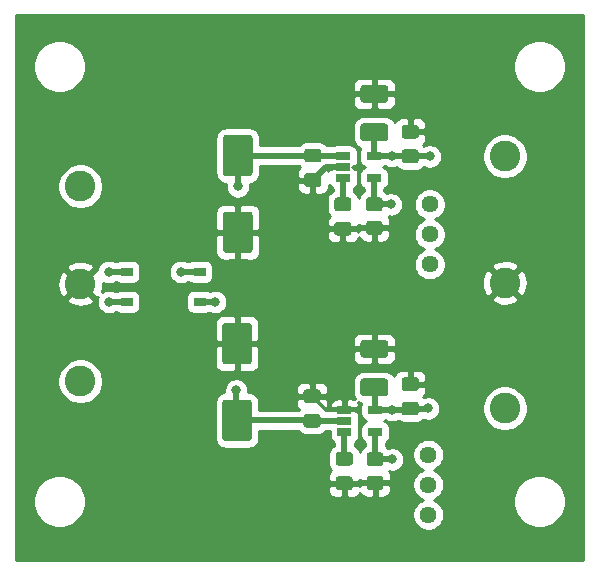
<source format=gbr>
G04 #@! TF.GenerationSoftware,KiCad,Pcbnew,(5.1.7-0-10_14)*
G04 #@! TF.CreationDate,2020-10-25T16:22:19+01:00*
G04 #@! TF.ProjectId,lv-lownoise-psu,6c762d6c-6f77-46e6-9f69-73652d707375,rev?*
G04 #@! TF.SameCoordinates,Original*
G04 #@! TF.FileFunction,Copper,L1,Top*
G04 #@! TF.FilePolarity,Positive*
%FSLAX46Y46*%
G04 Gerber Fmt 4.6, Leading zero omitted, Abs format (unit mm)*
G04 Created by KiCad (PCBNEW (5.1.7-0-10_14)) date 2020-10-25 16:22:19*
%MOMM*%
%LPD*%
G01*
G04 APERTURE LIST*
G04 #@! TA.AperFunction,SMDPad,CuDef*
%ADD10R,1.220000X0.650000*%
G04 #@! TD*
G04 #@! TA.AperFunction,ComponentPad*
%ADD11C,1.440000*%
G04 #@! TD*
G04 #@! TA.AperFunction,ComponentPad*
%ADD12C,2.600000*%
G04 #@! TD*
G04 #@! TA.AperFunction,SMDPad,CuDef*
%ADD13R,1.000000X0.800000*%
G04 #@! TD*
G04 #@! TA.AperFunction,ViaPad*
%ADD14C,0.800000*%
G04 #@! TD*
G04 #@! TA.AperFunction,Conductor*
%ADD15C,0.500000*%
G04 #@! TD*
G04 #@! TA.AperFunction,Conductor*
%ADD16C,0.250000*%
G04 #@! TD*
G04 #@! TA.AperFunction,Conductor*
%ADD17C,0.254000*%
G04 #@! TD*
G04 #@! TA.AperFunction,Conductor*
%ADD18C,0.100000*%
G04 #@! TD*
G04 APERTURE END LIST*
D10*
X111840000Y-74803000D03*
X111840000Y-76703000D03*
X109220000Y-76703000D03*
X109220000Y-75753000D03*
X109220000Y-74803000D03*
X111741001Y-53302001D03*
X111741001Y-55202001D03*
X109121001Y-55202001D03*
X109121001Y-54252001D03*
X109121001Y-53302001D03*
D11*
X116332000Y-78613000D03*
X116332000Y-81153000D03*
X116332000Y-83693000D03*
X116459000Y-62484000D03*
X116459000Y-59944000D03*
X116459000Y-57404000D03*
G04 #@! TA.AperFunction,SMDPad,CuDef*
G36*
G01*
X112273501Y-79594000D02*
X111373499Y-79594000D01*
G75*
G02*
X111123500Y-79344001I0J249999D01*
G01*
X111123500Y-78643999D01*
G75*
G02*
X111373499Y-78394000I249999J0D01*
G01*
X112273501Y-78394000D01*
G75*
G02*
X112523500Y-78643999I0J-249999D01*
G01*
X112523500Y-79344001D01*
G75*
G02*
X112273501Y-79594000I-249999J0D01*
G01*
G37*
G04 #@! TD.AperFunction*
G04 #@! TA.AperFunction,SMDPad,CuDef*
G36*
G01*
X112273501Y-81594000D02*
X111373499Y-81594000D01*
G75*
G02*
X111123500Y-81344001I0J249999D01*
G01*
X111123500Y-80643999D01*
G75*
G02*
X111373499Y-80394000I249999J0D01*
G01*
X112273501Y-80394000D01*
G75*
G02*
X112523500Y-80643999I0J-249999D01*
G01*
X112523500Y-81344001D01*
G75*
G02*
X112273501Y-81594000I-249999J0D01*
G01*
G37*
G04 #@! TD.AperFunction*
G04 #@! TA.AperFunction,SMDPad,CuDef*
G36*
G01*
X111309999Y-58804000D02*
X112210001Y-58804000D01*
G75*
G02*
X112460000Y-59053999I0J-249999D01*
G01*
X112460000Y-59754001D01*
G75*
G02*
X112210001Y-60004000I-249999J0D01*
G01*
X111309999Y-60004000D01*
G75*
G02*
X111060000Y-59754001I0J249999D01*
G01*
X111060000Y-59053999D01*
G75*
G02*
X111309999Y-58804000I249999J0D01*
G01*
G37*
G04 #@! TD.AperFunction*
G04 #@! TA.AperFunction,SMDPad,CuDef*
G36*
G01*
X111309999Y-56804000D02*
X112210001Y-56804000D01*
G75*
G02*
X112460000Y-57053999I0J-249999D01*
G01*
X112460000Y-57754001D01*
G75*
G02*
X112210001Y-58004000I-249999J0D01*
G01*
X111309999Y-58004000D01*
G75*
G02*
X111060000Y-57754001I0J249999D01*
G01*
X111060000Y-57053999D01*
G75*
G02*
X111309999Y-56804000I249999J0D01*
G01*
G37*
G04 #@! TD.AperFunction*
D12*
X122809000Y-74676000D03*
X122809000Y-64058800D03*
X122809000Y-53340000D03*
X86868000Y-55880000D03*
X86868000Y-64135000D03*
X86868000Y-72390000D03*
D13*
X96964500Y-63119000D03*
X96964500Y-65659000D03*
X90814500Y-65659000D03*
X90814500Y-63119000D03*
G04 #@! TA.AperFunction,SMDPad,CuDef*
G36*
G01*
X114333000Y-74110000D02*
X115283000Y-74110000D01*
G75*
G02*
X115533000Y-74360000I0J-250000D01*
G01*
X115533000Y-75035000D01*
G75*
G02*
X115283000Y-75285000I-250000J0D01*
G01*
X114333000Y-75285000D01*
G75*
G02*
X114083000Y-75035000I0J250000D01*
G01*
X114083000Y-74360000D01*
G75*
G02*
X114333000Y-74110000I250000J0D01*
G01*
G37*
G04 #@! TD.AperFunction*
G04 #@! TA.AperFunction,SMDPad,CuDef*
G36*
G01*
X114333000Y-72035000D02*
X115283000Y-72035000D01*
G75*
G02*
X115533000Y-72285000I0J-250000D01*
G01*
X115533000Y-72960000D01*
G75*
G02*
X115283000Y-73210000I-250000J0D01*
G01*
X114333000Y-73210000D01*
G75*
G02*
X114083000Y-72960000I0J250000D01*
G01*
X114083000Y-72285000D01*
G75*
G02*
X114333000Y-72035000I250000J0D01*
G01*
G37*
G04 #@! TD.AperFunction*
G04 #@! TA.AperFunction,SMDPad,CuDef*
G36*
G01*
X115283000Y-51852500D02*
X114333000Y-51852500D01*
G75*
G02*
X114083000Y-51602500I0J250000D01*
G01*
X114083000Y-50927500D01*
G75*
G02*
X114333000Y-50677500I250000J0D01*
G01*
X115283000Y-50677500D01*
G75*
G02*
X115533000Y-50927500I0J-250000D01*
G01*
X115533000Y-51602500D01*
G75*
G02*
X115283000Y-51852500I-250000J0D01*
G01*
G37*
G04 #@! TD.AperFunction*
G04 #@! TA.AperFunction,SMDPad,CuDef*
G36*
G01*
X115283000Y-53927500D02*
X114333000Y-53927500D01*
G75*
G02*
X114083000Y-53677500I0J250000D01*
G01*
X114083000Y-53002500D01*
G75*
G02*
X114333000Y-52752500I250000J0D01*
G01*
X115283000Y-52752500D01*
G75*
G02*
X115533000Y-53002500I0J-250000D01*
G01*
X115533000Y-53677500D01*
G75*
G02*
X115283000Y-53927500I-250000J0D01*
G01*
G37*
G04 #@! TD.AperFunction*
G04 #@! TA.AperFunction,SMDPad,CuDef*
G36*
G01*
X110835000Y-72148000D02*
X112685000Y-72148000D01*
G75*
G02*
X112935000Y-72398000I0J-250000D01*
G01*
X112935000Y-73398000D01*
G75*
G02*
X112685000Y-73648000I-250000J0D01*
G01*
X110835000Y-73648000D01*
G75*
G02*
X110585000Y-73398000I0J250000D01*
G01*
X110585000Y-72398000D01*
G75*
G02*
X110835000Y-72148000I250000J0D01*
G01*
G37*
G04 #@! TD.AperFunction*
G04 #@! TA.AperFunction,SMDPad,CuDef*
G36*
G01*
X110835000Y-68898000D02*
X112685000Y-68898000D01*
G75*
G02*
X112935000Y-69148000I0J-250000D01*
G01*
X112935000Y-70148000D01*
G75*
G02*
X112685000Y-70398000I-250000J0D01*
G01*
X110835000Y-70398000D01*
G75*
G02*
X110585000Y-70148000I0J250000D01*
G01*
X110585000Y-69148000D01*
G75*
G02*
X110835000Y-68898000I250000J0D01*
G01*
G37*
G04 #@! TD.AperFunction*
G04 #@! TA.AperFunction,SMDPad,CuDef*
G36*
G01*
X112685000Y-48808000D02*
X110835000Y-48808000D01*
G75*
G02*
X110585000Y-48558000I0J250000D01*
G01*
X110585000Y-47558000D01*
G75*
G02*
X110835000Y-47308000I250000J0D01*
G01*
X112685000Y-47308000D01*
G75*
G02*
X112935000Y-47558000I0J-250000D01*
G01*
X112935000Y-48558000D01*
G75*
G02*
X112685000Y-48808000I-250000J0D01*
G01*
G37*
G04 #@! TD.AperFunction*
G04 #@! TA.AperFunction,SMDPad,CuDef*
G36*
G01*
X112685000Y-52058000D02*
X110835000Y-52058000D01*
G75*
G02*
X110585000Y-51808000I0J250000D01*
G01*
X110585000Y-50808000D01*
G75*
G02*
X110835000Y-50558000I250000J0D01*
G01*
X112685000Y-50558000D01*
G75*
G02*
X112935000Y-50808000I0J-250000D01*
G01*
X112935000Y-51808000D01*
G75*
G02*
X112685000Y-52058000I-250000J0D01*
G01*
G37*
G04 #@! TD.AperFunction*
G04 #@! TA.AperFunction,SMDPad,CuDef*
G36*
G01*
X109695000Y-79538500D02*
X108745000Y-79538500D01*
G75*
G02*
X108495000Y-79288500I0J250000D01*
G01*
X108495000Y-78613500D01*
G75*
G02*
X108745000Y-78363500I250000J0D01*
G01*
X109695000Y-78363500D01*
G75*
G02*
X109945000Y-78613500I0J-250000D01*
G01*
X109945000Y-79288500D01*
G75*
G02*
X109695000Y-79538500I-250000J0D01*
G01*
G37*
G04 #@! TD.AperFunction*
G04 #@! TA.AperFunction,SMDPad,CuDef*
G36*
G01*
X109695000Y-81613500D02*
X108745000Y-81613500D01*
G75*
G02*
X108495000Y-81363500I0J250000D01*
G01*
X108495000Y-80688500D01*
G75*
G02*
X108745000Y-80438500I250000J0D01*
G01*
X109695000Y-80438500D01*
G75*
G02*
X109945000Y-80688500I0J-250000D01*
G01*
X109945000Y-81363500D01*
G75*
G02*
X109695000Y-81613500I-250000J0D01*
G01*
G37*
G04 #@! TD.AperFunction*
G04 #@! TA.AperFunction,SMDPad,CuDef*
G36*
G01*
X108618000Y-58891500D02*
X109568000Y-58891500D01*
G75*
G02*
X109818000Y-59141500I0J-250000D01*
G01*
X109818000Y-59816500D01*
G75*
G02*
X109568000Y-60066500I-250000J0D01*
G01*
X108618000Y-60066500D01*
G75*
G02*
X108368000Y-59816500I0J250000D01*
G01*
X108368000Y-59141500D01*
G75*
G02*
X108618000Y-58891500I250000J0D01*
G01*
G37*
G04 #@! TD.AperFunction*
G04 #@! TA.AperFunction,SMDPad,CuDef*
G36*
G01*
X108618000Y-56816500D02*
X109568000Y-56816500D01*
G75*
G02*
X109818000Y-57066500I0J-250000D01*
G01*
X109818000Y-57741500D01*
G75*
G02*
X109568000Y-57991500I-250000J0D01*
G01*
X108618000Y-57991500D01*
G75*
G02*
X108368000Y-57741500I0J250000D01*
G01*
X108368000Y-57066500D01*
G75*
G02*
X108618000Y-56816500I250000J0D01*
G01*
G37*
G04 #@! TD.AperFunction*
G04 #@! TA.AperFunction,SMDPad,CuDef*
G36*
G01*
X106014500Y-75147500D02*
X106964500Y-75147500D01*
G75*
G02*
X107214500Y-75397500I0J-250000D01*
G01*
X107214500Y-76072500D01*
G75*
G02*
X106964500Y-76322500I-250000J0D01*
G01*
X106014500Y-76322500D01*
G75*
G02*
X105764500Y-76072500I0J250000D01*
G01*
X105764500Y-75397500D01*
G75*
G02*
X106014500Y-75147500I250000J0D01*
G01*
G37*
G04 #@! TD.AperFunction*
G04 #@! TA.AperFunction,SMDPad,CuDef*
G36*
G01*
X106014500Y-73072500D02*
X106964500Y-73072500D01*
G75*
G02*
X107214500Y-73322500I0J-250000D01*
G01*
X107214500Y-73997500D01*
G75*
G02*
X106964500Y-74247500I-250000J0D01*
G01*
X106014500Y-74247500D01*
G75*
G02*
X105764500Y-73997500I0J250000D01*
G01*
X105764500Y-73322500D01*
G75*
G02*
X106014500Y-73072500I250000J0D01*
G01*
G37*
G04 #@! TD.AperFunction*
G04 #@! TA.AperFunction,SMDPad,CuDef*
G36*
G01*
X106078000Y-54764000D02*
X107028000Y-54764000D01*
G75*
G02*
X107278000Y-55014000I0J-250000D01*
G01*
X107278000Y-55689000D01*
G75*
G02*
X107028000Y-55939000I-250000J0D01*
G01*
X106078000Y-55939000D01*
G75*
G02*
X105828000Y-55689000I0J250000D01*
G01*
X105828000Y-55014000D01*
G75*
G02*
X106078000Y-54764000I250000J0D01*
G01*
G37*
G04 #@! TD.AperFunction*
G04 #@! TA.AperFunction,SMDPad,CuDef*
G36*
G01*
X106078000Y-52689000D02*
X107028000Y-52689000D01*
G75*
G02*
X107278000Y-52939000I0J-250000D01*
G01*
X107278000Y-53614000D01*
G75*
G02*
X107028000Y-53864000I-250000J0D01*
G01*
X106078000Y-53864000D01*
G75*
G02*
X105828000Y-53614000I0J250000D01*
G01*
X105828000Y-52939000D01*
G75*
G02*
X106078000Y-52689000I250000J0D01*
G01*
G37*
G04 #@! TD.AperFunction*
G04 #@! TA.AperFunction,SMDPad,CuDef*
G36*
G01*
X99139500Y-73942000D02*
X101139500Y-73942000D01*
G75*
G02*
X101389500Y-74192000I0J-250000D01*
G01*
X101389500Y-77192000D01*
G75*
G02*
X101139500Y-77442000I-250000J0D01*
G01*
X99139500Y-77442000D01*
G75*
G02*
X98889500Y-77192000I0J250000D01*
G01*
X98889500Y-74192000D01*
G75*
G02*
X99139500Y-73942000I250000J0D01*
G01*
G37*
G04 #@! TD.AperFunction*
G04 #@! TA.AperFunction,SMDPad,CuDef*
G36*
G01*
X99139500Y-67442000D02*
X101139500Y-67442000D01*
G75*
G02*
X101389500Y-67692000I0J-250000D01*
G01*
X101389500Y-70692000D01*
G75*
G02*
X101139500Y-70942000I-250000J0D01*
G01*
X99139500Y-70942000D01*
G75*
G02*
X98889500Y-70692000I0J250000D01*
G01*
X98889500Y-67692000D01*
G75*
G02*
X99139500Y-67442000I250000J0D01*
G01*
G37*
G04 #@! TD.AperFunction*
G04 #@! TA.AperFunction,SMDPad,CuDef*
G36*
G01*
X99203000Y-58026500D02*
X101203000Y-58026500D01*
G75*
G02*
X101453000Y-58276500I0J-250000D01*
G01*
X101453000Y-61276500D01*
G75*
G02*
X101203000Y-61526500I-250000J0D01*
G01*
X99203000Y-61526500D01*
G75*
G02*
X98953000Y-61276500I0J250000D01*
G01*
X98953000Y-58276500D01*
G75*
G02*
X99203000Y-58026500I250000J0D01*
G01*
G37*
G04 #@! TD.AperFunction*
G04 #@! TA.AperFunction,SMDPad,CuDef*
G36*
G01*
X99203000Y-51526500D02*
X101203000Y-51526500D01*
G75*
G02*
X101453000Y-51776500I0J-250000D01*
G01*
X101453000Y-54776500D01*
G75*
G02*
X101203000Y-55026500I-250000J0D01*
G01*
X99203000Y-55026500D01*
G75*
G02*
X98953000Y-54776500I0J250000D01*
G01*
X98953000Y-51776500D01*
G75*
G02*
X99203000Y-51526500I250000J0D01*
G01*
G37*
G04 #@! TD.AperFunction*
D14*
X100203000Y-55880000D03*
X98298000Y-65659000D03*
X95377000Y-63119000D03*
X100076000Y-73152000D03*
X113246001Y-53302001D03*
X116459000Y-53340000D03*
X116332000Y-74676000D03*
X113284000Y-74803000D03*
X89281000Y-65659000D03*
X89281000Y-63119000D03*
X113157000Y-57404000D03*
X113284000Y-78994000D03*
D15*
X107652499Y-54252001D02*
X106553000Y-55351500D01*
X109121001Y-54252001D02*
X107652499Y-54252001D01*
D16*
X107632500Y-74803000D02*
X106489500Y-73660000D01*
X109220000Y-74803000D02*
X107632500Y-74803000D01*
D15*
X100203000Y-53276500D02*
X106553000Y-53276500D01*
X109095500Y-53276500D02*
X109121001Y-53302001D01*
X106553000Y-53276500D02*
X109095500Y-53276500D01*
X100203000Y-53276500D02*
X100203000Y-55880000D01*
X98298000Y-65659000D02*
X96964500Y-65659000D01*
X96964500Y-63119000D02*
X95377000Y-63119000D01*
X100076000Y-75628500D02*
X100139500Y-75692000D01*
X100076000Y-73152000D02*
X100076000Y-75628500D01*
X106446500Y-75692000D02*
X106489500Y-75735000D01*
X100139500Y-75692000D02*
X106446500Y-75692000D01*
X109202000Y-75735000D02*
X109220000Y-75753000D01*
X106489500Y-75735000D02*
X109202000Y-75735000D01*
X109121001Y-57375999D02*
X109093000Y-57404000D01*
X109121001Y-55202001D02*
X109121001Y-57375999D01*
X109220000Y-76703000D02*
X109220000Y-78951000D01*
X114770001Y-53302001D02*
X114808000Y-53340000D01*
X111741001Y-51326999D02*
X111760000Y-51308000D01*
X111741001Y-53302001D02*
X111741001Y-51326999D01*
X113246001Y-53302001D02*
X114770001Y-53302001D01*
X111741001Y-53302001D02*
X113246001Y-53302001D01*
X114808000Y-53340000D02*
X116459000Y-53340000D01*
X111840000Y-72978000D02*
X111760000Y-72898000D01*
X111840000Y-74803000D02*
X111840000Y-72978000D01*
X114702500Y-74803000D02*
X114808000Y-74697500D01*
X116310500Y-74697500D02*
X116332000Y-74676000D01*
X114808000Y-74697500D02*
X116310500Y-74697500D01*
X113284000Y-74803000D02*
X114702500Y-74803000D01*
X111840000Y-74803000D02*
X113284000Y-74803000D01*
X90814500Y-65659000D02*
X89281000Y-65659000D01*
X90814500Y-63119000D02*
X89281000Y-63119000D01*
X111741001Y-57385001D02*
X111760000Y-57404000D01*
X111741001Y-55202001D02*
X111741001Y-57385001D01*
X111760000Y-57404000D02*
X113157000Y-57404000D01*
X111840000Y-78977500D02*
X111823500Y-78994000D01*
X111840000Y-76703000D02*
X111840000Y-78977500D01*
X111823500Y-78994000D02*
X113284000Y-78994000D01*
D17*
X129413000Y-87503000D02*
X81407000Y-87503000D01*
X81407000Y-82329872D01*
X82855000Y-82329872D01*
X82855000Y-82770128D01*
X82940890Y-83201925D01*
X83109369Y-83608669D01*
X83353962Y-83974729D01*
X83665271Y-84286038D01*
X84031331Y-84530631D01*
X84438075Y-84699110D01*
X84869872Y-84785000D01*
X85310128Y-84785000D01*
X85741925Y-84699110D01*
X86148669Y-84530631D01*
X86514729Y-84286038D01*
X86826038Y-83974729D01*
X87070631Y-83608669D01*
X87239110Y-83201925D01*
X87325000Y-82770128D01*
X87325000Y-82329872D01*
X87239110Y-81898075D01*
X87121236Y-81613500D01*
X107856928Y-81613500D01*
X107869188Y-81737982D01*
X107905498Y-81857680D01*
X107964463Y-81967994D01*
X108043815Y-82064685D01*
X108140506Y-82144037D01*
X108250820Y-82203002D01*
X108370518Y-82239312D01*
X108495000Y-82251572D01*
X108934250Y-82248500D01*
X109093000Y-82089750D01*
X109093000Y-81153000D01*
X109347000Y-81153000D01*
X109347000Y-82089750D01*
X109505750Y-82248500D01*
X109945000Y-82251572D01*
X110069482Y-82239312D01*
X110189180Y-82203002D01*
X110299494Y-82144037D01*
X110396185Y-82064685D01*
X110475537Y-81967994D01*
X110534502Y-81857680D01*
X110538093Y-81845841D01*
X110592963Y-81948494D01*
X110672315Y-82045185D01*
X110769006Y-82124537D01*
X110879320Y-82183502D01*
X110999018Y-82219812D01*
X111123500Y-82232072D01*
X111537750Y-82229000D01*
X111696500Y-82070250D01*
X111696500Y-81121000D01*
X111950500Y-81121000D01*
X111950500Y-82070250D01*
X112109250Y-82229000D01*
X112523500Y-82232072D01*
X112647982Y-82219812D01*
X112767680Y-82183502D01*
X112877994Y-82124537D01*
X112974685Y-82045185D01*
X113054037Y-81948494D01*
X113113002Y-81838180D01*
X113149312Y-81718482D01*
X113161572Y-81594000D01*
X113158500Y-81279750D01*
X112999750Y-81121000D01*
X111950500Y-81121000D01*
X111696500Y-81121000D01*
X110647250Y-81121000D01*
X110518250Y-81250000D01*
X110421250Y-81153000D01*
X109347000Y-81153000D01*
X109093000Y-81153000D01*
X108018750Y-81153000D01*
X107860000Y-81311750D01*
X107856928Y-81613500D01*
X87121236Y-81613500D01*
X87070631Y-81491331D01*
X86826038Y-81125271D01*
X86514729Y-80813962D01*
X86148669Y-80569369D01*
X85741925Y-80400890D01*
X85310128Y-80315000D01*
X84869872Y-80315000D01*
X84438075Y-80400890D01*
X84031331Y-80569369D01*
X83665271Y-80813962D01*
X83353962Y-81125271D01*
X83109369Y-81491331D01*
X82940890Y-81898075D01*
X82855000Y-82329872D01*
X81407000Y-82329872D01*
X81407000Y-72199419D01*
X84933000Y-72199419D01*
X84933000Y-72580581D01*
X85007361Y-72954419D01*
X85153225Y-73306566D01*
X85364987Y-73623491D01*
X85634509Y-73893013D01*
X85951434Y-74104775D01*
X86303581Y-74250639D01*
X86677419Y-74325000D01*
X87058581Y-74325000D01*
X87432419Y-74250639D01*
X87573986Y-74192000D01*
X98251428Y-74192000D01*
X98251428Y-77192000D01*
X98268492Y-77365254D01*
X98319028Y-77531850D01*
X98401095Y-77685386D01*
X98511538Y-77819962D01*
X98646114Y-77930405D01*
X98799650Y-78012472D01*
X98966246Y-78063008D01*
X99139500Y-78080072D01*
X101139500Y-78080072D01*
X101312754Y-78063008D01*
X101479350Y-78012472D01*
X101632886Y-77930405D01*
X101767462Y-77819962D01*
X101877905Y-77685386D01*
X101959972Y-77531850D01*
X102010508Y-77365254D01*
X102027572Y-77192000D01*
X102027572Y-76577000D01*
X105285216Y-76577000D01*
X105386538Y-76700462D01*
X105521114Y-76810905D01*
X105674650Y-76892972D01*
X105841246Y-76943508D01*
X106014500Y-76960572D01*
X106964500Y-76960572D01*
X107137754Y-76943508D01*
X107304350Y-76892972D01*
X107457886Y-76810905D01*
X107592462Y-76700462D01*
X107658495Y-76620000D01*
X107971928Y-76620000D01*
X107971928Y-77028000D01*
X107984188Y-77152482D01*
X108020498Y-77272180D01*
X108079463Y-77382494D01*
X108158815Y-77479185D01*
X108255506Y-77558537D01*
X108335000Y-77601028D01*
X108335001Y-77830524D01*
X108251614Y-77875095D01*
X108117038Y-77985538D01*
X108006595Y-78120114D01*
X107924528Y-78273650D01*
X107873992Y-78440246D01*
X107856928Y-78613500D01*
X107856928Y-79288500D01*
X107873992Y-79461754D01*
X107924528Y-79628350D01*
X108006595Y-79781886D01*
X108117038Y-79916462D01*
X108123594Y-79921842D01*
X108043815Y-79987315D01*
X107964463Y-80084006D01*
X107905498Y-80194320D01*
X107869188Y-80314018D01*
X107856928Y-80438500D01*
X107860000Y-80740250D01*
X108018750Y-80899000D01*
X109093000Y-80899000D01*
X109093000Y-80879000D01*
X109347000Y-80879000D01*
X109347000Y-80899000D01*
X110421250Y-80899000D01*
X110550250Y-80770000D01*
X110647250Y-80867000D01*
X111696500Y-80867000D01*
X111696500Y-80847000D01*
X111950500Y-80847000D01*
X111950500Y-80867000D01*
X112999750Y-80867000D01*
X113158500Y-80708250D01*
X113161572Y-80394000D01*
X113149312Y-80269518D01*
X113113002Y-80149820D01*
X113054037Y-80039506D01*
X113018757Y-79996517D01*
X113182061Y-80029000D01*
X113385939Y-80029000D01*
X113585898Y-79989226D01*
X113774256Y-79911205D01*
X113943774Y-79797937D01*
X114087937Y-79653774D01*
X114201205Y-79484256D01*
X114279226Y-79295898D01*
X114319000Y-79095939D01*
X114319000Y-78892061D01*
X114279226Y-78692102D01*
X114201205Y-78503744D01*
X114185036Y-78479544D01*
X114977000Y-78479544D01*
X114977000Y-78746456D01*
X115029072Y-79008239D01*
X115131215Y-79254833D01*
X115279503Y-79476762D01*
X115468238Y-79665497D01*
X115690167Y-79813785D01*
X115857266Y-79883000D01*
X115690167Y-79952215D01*
X115468238Y-80100503D01*
X115279503Y-80289238D01*
X115131215Y-80511167D01*
X115029072Y-80757761D01*
X114977000Y-81019544D01*
X114977000Y-81286456D01*
X115029072Y-81548239D01*
X115131215Y-81794833D01*
X115279503Y-82016762D01*
X115468238Y-82205497D01*
X115690167Y-82353785D01*
X115857266Y-82423000D01*
X115690167Y-82492215D01*
X115468238Y-82640503D01*
X115279503Y-82829238D01*
X115131215Y-83051167D01*
X115029072Y-83297761D01*
X114977000Y-83559544D01*
X114977000Y-83826456D01*
X115029072Y-84088239D01*
X115131215Y-84334833D01*
X115279503Y-84556762D01*
X115468238Y-84745497D01*
X115690167Y-84893785D01*
X115936761Y-84995928D01*
X116198544Y-85048000D01*
X116465456Y-85048000D01*
X116727239Y-84995928D01*
X116973833Y-84893785D01*
X117195762Y-84745497D01*
X117384497Y-84556762D01*
X117532785Y-84334833D01*
X117634928Y-84088239D01*
X117687000Y-83826456D01*
X117687000Y-83559544D01*
X117634928Y-83297761D01*
X117532785Y-83051167D01*
X117384497Y-82829238D01*
X117195762Y-82640503D01*
X116973833Y-82492215D01*
X116806734Y-82423000D01*
X116973833Y-82353785D01*
X117009621Y-82329872D01*
X123495000Y-82329872D01*
X123495000Y-82770128D01*
X123580890Y-83201925D01*
X123749369Y-83608669D01*
X123993962Y-83974729D01*
X124305271Y-84286038D01*
X124671331Y-84530631D01*
X125078075Y-84699110D01*
X125509872Y-84785000D01*
X125950128Y-84785000D01*
X126381925Y-84699110D01*
X126788669Y-84530631D01*
X127154729Y-84286038D01*
X127466038Y-83974729D01*
X127710631Y-83608669D01*
X127879110Y-83201925D01*
X127965000Y-82770128D01*
X127965000Y-82329872D01*
X127879110Y-81898075D01*
X127710631Y-81491331D01*
X127466038Y-81125271D01*
X127154729Y-80813962D01*
X126788669Y-80569369D01*
X126381925Y-80400890D01*
X125950128Y-80315000D01*
X125509872Y-80315000D01*
X125078075Y-80400890D01*
X124671331Y-80569369D01*
X124305271Y-80813962D01*
X123993962Y-81125271D01*
X123749369Y-81491331D01*
X123580890Y-81898075D01*
X123495000Y-82329872D01*
X117009621Y-82329872D01*
X117195762Y-82205497D01*
X117384497Y-82016762D01*
X117532785Y-81794833D01*
X117634928Y-81548239D01*
X117687000Y-81286456D01*
X117687000Y-81019544D01*
X117634928Y-80757761D01*
X117532785Y-80511167D01*
X117384497Y-80289238D01*
X117195762Y-80100503D01*
X116973833Y-79952215D01*
X116806734Y-79883000D01*
X116973833Y-79813785D01*
X117195762Y-79665497D01*
X117384497Y-79476762D01*
X117532785Y-79254833D01*
X117634928Y-79008239D01*
X117687000Y-78746456D01*
X117687000Y-78479544D01*
X117634928Y-78217761D01*
X117532785Y-77971167D01*
X117384497Y-77749238D01*
X117195762Y-77560503D01*
X116973833Y-77412215D01*
X116727239Y-77310072D01*
X116465456Y-77258000D01*
X116198544Y-77258000D01*
X115936761Y-77310072D01*
X115690167Y-77412215D01*
X115468238Y-77560503D01*
X115279503Y-77749238D01*
X115131215Y-77971167D01*
X115029072Y-78217761D01*
X114977000Y-78479544D01*
X114185036Y-78479544D01*
X114087937Y-78334226D01*
X113943774Y-78190063D01*
X113774256Y-78076795D01*
X113585898Y-77998774D01*
X113385939Y-77959000D01*
X113182061Y-77959000D01*
X112982102Y-77998774D01*
X112911346Y-78028082D01*
X112901462Y-78016038D01*
X112766887Y-77905595D01*
X112725000Y-77883206D01*
X112725000Y-77601028D01*
X112804494Y-77558537D01*
X112901185Y-77479185D01*
X112980537Y-77382494D01*
X113039502Y-77272180D01*
X113075812Y-77152482D01*
X113088072Y-77028000D01*
X113088072Y-76378000D01*
X113075812Y-76253518D01*
X113039502Y-76133820D01*
X112980537Y-76023506D01*
X112901185Y-75926815D01*
X112804494Y-75847463D01*
X112694180Y-75788498D01*
X112577159Y-75753000D01*
X112694180Y-75717502D01*
X112747247Y-75689137D01*
X112793744Y-75720205D01*
X112982102Y-75798226D01*
X113182061Y-75838000D01*
X113385939Y-75838000D01*
X113585898Y-75798226D01*
X113774256Y-75720205D01*
X113774550Y-75720009D01*
X113839614Y-75773405D01*
X113993150Y-75855472D01*
X114159746Y-75906008D01*
X114333000Y-75923072D01*
X115283000Y-75923072D01*
X115456254Y-75906008D01*
X115622850Y-75855472D01*
X115776386Y-75773405D01*
X115910962Y-75662962D01*
X115936126Y-75632300D01*
X116030102Y-75671226D01*
X116230061Y-75711000D01*
X116433939Y-75711000D01*
X116633898Y-75671226D01*
X116822256Y-75593205D01*
X116991774Y-75479937D01*
X117135937Y-75335774D01*
X117249205Y-75166256D01*
X117327226Y-74977898D01*
X117367000Y-74777939D01*
X117367000Y-74574061D01*
X117349369Y-74485419D01*
X120874000Y-74485419D01*
X120874000Y-74866581D01*
X120948361Y-75240419D01*
X121094225Y-75592566D01*
X121305987Y-75909491D01*
X121575509Y-76179013D01*
X121892434Y-76390775D01*
X122244581Y-76536639D01*
X122618419Y-76611000D01*
X122999581Y-76611000D01*
X123373419Y-76536639D01*
X123725566Y-76390775D01*
X124042491Y-76179013D01*
X124312013Y-75909491D01*
X124523775Y-75592566D01*
X124669639Y-75240419D01*
X124744000Y-74866581D01*
X124744000Y-74485419D01*
X124669639Y-74111581D01*
X124523775Y-73759434D01*
X124312013Y-73442509D01*
X124042491Y-73172987D01*
X123725566Y-72961225D01*
X123373419Y-72815361D01*
X122999581Y-72741000D01*
X122618419Y-72741000D01*
X122244581Y-72815361D01*
X121892434Y-72961225D01*
X121575509Y-73172987D01*
X121305987Y-73442509D01*
X121094225Y-73759434D01*
X120948361Y-74111581D01*
X120874000Y-74485419D01*
X117349369Y-74485419D01*
X117327226Y-74374102D01*
X117249205Y-74185744D01*
X117135937Y-74016226D01*
X116991774Y-73872063D01*
X116822256Y-73758795D01*
X116633898Y-73680774D01*
X116433939Y-73641000D01*
X116230061Y-73641000D01*
X116030102Y-73680774D01*
X115909412Y-73730766D01*
X115904406Y-73726658D01*
X115984185Y-73661185D01*
X116063537Y-73564494D01*
X116122502Y-73454180D01*
X116158812Y-73334482D01*
X116171072Y-73210000D01*
X116168000Y-72908250D01*
X116009250Y-72749500D01*
X114935000Y-72749500D01*
X114935000Y-72769500D01*
X114681000Y-72769500D01*
X114681000Y-72749500D01*
X114661000Y-72749500D01*
X114661000Y-72495500D01*
X114681000Y-72495500D01*
X114681000Y-71558750D01*
X114935000Y-71558750D01*
X114935000Y-72495500D01*
X116009250Y-72495500D01*
X116168000Y-72336750D01*
X116171072Y-72035000D01*
X116158812Y-71910518D01*
X116122502Y-71790820D01*
X116063537Y-71680506D01*
X115984185Y-71583815D01*
X115887494Y-71504463D01*
X115777180Y-71445498D01*
X115657482Y-71409188D01*
X115533000Y-71396928D01*
X115093750Y-71400000D01*
X114935000Y-71558750D01*
X114681000Y-71558750D01*
X114522250Y-71400000D01*
X114083000Y-71396928D01*
X113958518Y-71409188D01*
X113838820Y-71445498D01*
X113728506Y-71504463D01*
X113631815Y-71583815D01*
X113552463Y-71680506D01*
X113493498Y-71790820D01*
X113457188Y-71910518D01*
X113452423Y-71958902D01*
X113423405Y-71904614D01*
X113312962Y-71770038D01*
X113178386Y-71659595D01*
X113024850Y-71577528D01*
X112858254Y-71526992D01*
X112685000Y-71509928D01*
X110835000Y-71509928D01*
X110661746Y-71526992D01*
X110495150Y-71577528D01*
X110341614Y-71659595D01*
X110207038Y-71770038D01*
X110096595Y-71904614D01*
X110014528Y-72058150D01*
X109963992Y-72224746D01*
X109946928Y-72398000D01*
X109946928Y-73398000D01*
X109963992Y-73571254D01*
X110014528Y-73737850D01*
X110096595Y-73891386D01*
X110109889Y-73907585D01*
X110074180Y-73888498D01*
X109954482Y-73852188D01*
X109830000Y-73839928D01*
X109505750Y-73843000D01*
X109347000Y-74001750D01*
X109347000Y-74676000D01*
X110306250Y-74676000D01*
X110465000Y-74517250D01*
X110468072Y-74478000D01*
X110455812Y-74353518D01*
X110419502Y-74233820D01*
X110377759Y-74155725D01*
X110495150Y-74218472D01*
X110632514Y-74260141D01*
X110604188Y-74353518D01*
X110591928Y-74478000D01*
X110591928Y-75128000D01*
X110604188Y-75252482D01*
X110640498Y-75372180D01*
X110699463Y-75482494D01*
X110778815Y-75579185D01*
X110875506Y-75658537D01*
X110985820Y-75717502D01*
X111102841Y-75753000D01*
X110985820Y-75788498D01*
X110875506Y-75847463D01*
X110778815Y-75926815D01*
X110699463Y-76023506D01*
X110640498Y-76133820D01*
X110604188Y-76253518D01*
X110591928Y-76378000D01*
X110591928Y-77028000D01*
X110604188Y-77152482D01*
X110640498Y-77272180D01*
X110699463Y-77382494D01*
X110778815Y-77479185D01*
X110875506Y-77558537D01*
X110955000Y-77601028D01*
X110955001Y-77865567D01*
X110880113Y-77905595D01*
X110745538Y-78016038D01*
X110635095Y-78150613D01*
X110553028Y-78304149D01*
X110538876Y-78350803D01*
X110515472Y-78273650D01*
X110433405Y-78120114D01*
X110322962Y-77985538D01*
X110188386Y-77875095D01*
X110105000Y-77830524D01*
X110105000Y-77601028D01*
X110184494Y-77558537D01*
X110281185Y-77479185D01*
X110360537Y-77382494D01*
X110419502Y-77272180D01*
X110455812Y-77152482D01*
X110468072Y-77028000D01*
X110468072Y-76378000D01*
X110455812Y-76253518D01*
X110448071Y-76228000D01*
X110455812Y-76202482D01*
X110468072Y-76078000D01*
X110468072Y-75428000D01*
X110455812Y-75303518D01*
X110448071Y-75278000D01*
X110455812Y-75252482D01*
X110468072Y-75128000D01*
X110465000Y-75088750D01*
X110306250Y-74930000D01*
X110224141Y-74930000D01*
X110184494Y-74897463D01*
X110074180Y-74838498D01*
X109954482Y-74802188D01*
X109830000Y-74789928D01*
X108610000Y-74789928D01*
X108485518Y-74802188D01*
X108365820Y-74838498D01*
X108344302Y-74850000D01*
X107658495Y-74850000D01*
X107592462Y-74769538D01*
X107585906Y-74764158D01*
X107665685Y-74698685D01*
X107745037Y-74601994D01*
X107804002Y-74491680D01*
X107808151Y-74478000D01*
X107971928Y-74478000D01*
X107975000Y-74517250D01*
X108133750Y-74676000D01*
X109093000Y-74676000D01*
X109093000Y-74001750D01*
X108934250Y-73843000D01*
X108610000Y-73839928D01*
X108485518Y-73852188D01*
X108365820Y-73888498D01*
X108255506Y-73947463D01*
X108158815Y-74026815D01*
X108079463Y-74123506D01*
X108020498Y-74233820D01*
X107984188Y-74353518D01*
X107971928Y-74478000D01*
X107808151Y-74478000D01*
X107840312Y-74371982D01*
X107852572Y-74247500D01*
X107849500Y-73945750D01*
X107690750Y-73787000D01*
X106616500Y-73787000D01*
X106616500Y-73807000D01*
X106362500Y-73807000D01*
X106362500Y-73787000D01*
X105288250Y-73787000D01*
X105129500Y-73945750D01*
X105126428Y-74247500D01*
X105138688Y-74371982D01*
X105174998Y-74491680D01*
X105233963Y-74601994D01*
X105313315Y-74698685D01*
X105393094Y-74764158D01*
X105386538Y-74769538D01*
X105355794Y-74807000D01*
X102027572Y-74807000D01*
X102027572Y-74192000D01*
X102010508Y-74018746D01*
X101959972Y-73852150D01*
X101877905Y-73698614D01*
X101767462Y-73564038D01*
X101632886Y-73453595D01*
X101479350Y-73371528D01*
X101312754Y-73320992D01*
X101139500Y-73303928D01*
X101101057Y-73303928D01*
X101111000Y-73253939D01*
X101111000Y-73072500D01*
X105126428Y-73072500D01*
X105129500Y-73374250D01*
X105288250Y-73533000D01*
X106362500Y-73533000D01*
X106362500Y-72596250D01*
X106616500Y-72596250D01*
X106616500Y-73533000D01*
X107690750Y-73533000D01*
X107849500Y-73374250D01*
X107852572Y-73072500D01*
X107840312Y-72948018D01*
X107804002Y-72828320D01*
X107745037Y-72718006D01*
X107665685Y-72621315D01*
X107568994Y-72541963D01*
X107458680Y-72482998D01*
X107338982Y-72446688D01*
X107214500Y-72434428D01*
X106775250Y-72437500D01*
X106616500Y-72596250D01*
X106362500Y-72596250D01*
X106203750Y-72437500D01*
X105764500Y-72434428D01*
X105640018Y-72446688D01*
X105520320Y-72482998D01*
X105410006Y-72541963D01*
X105313315Y-72621315D01*
X105233963Y-72718006D01*
X105174998Y-72828320D01*
X105138688Y-72948018D01*
X105126428Y-73072500D01*
X101111000Y-73072500D01*
X101111000Y-73050061D01*
X101071226Y-72850102D01*
X100993205Y-72661744D01*
X100879937Y-72492226D01*
X100735774Y-72348063D01*
X100566256Y-72234795D01*
X100377898Y-72156774D01*
X100177939Y-72117000D01*
X99974061Y-72117000D01*
X99774102Y-72156774D01*
X99585744Y-72234795D01*
X99416226Y-72348063D01*
X99272063Y-72492226D01*
X99158795Y-72661744D01*
X99080774Y-72850102D01*
X99041000Y-73050061D01*
X99041000Y-73253939D01*
X99052645Y-73312482D01*
X98966246Y-73320992D01*
X98799650Y-73371528D01*
X98646114Y-73453595D01*
X98511538Y-73564038D01*
X98401095Y-73698614D01*
X98319028Y-73852150D01*
X98268492Y-74018746D01*
X98251428Y-74192000D01*
X87573986Y-74192000D01*
X87784566Y-74104775D01*
X88101491Y-73893013D01*
X88371013Y-73623491D01*
X88582775Y-73306566D01*
X88728639Y-72954419D01*
X88803000Y-72580581D01*
X88803000Y-72199419D01*
X88728639Y-71825581D01*
X88582775Y-71473434D01*
X88371013Y-71156509D01*
X88156504Y-70942000D01*
X98251428Y-70942000D01*
X98263688Y-71066482D01*
X98299998Y-71186180D01*
X98358963Y-71296494D01*
X98438315Y-71393185D01*
X98535006Y-71472537D01*
X98645320Y-71531502D01*
X98765018Y-71567812D01*
X98889500Y-71580072D01*
X99853750Y-71577000D01*
X100012500Y-71418250D01*
X100012500Y-69319000D01*
X100266500Y-69319000D01*
X100266500Y-71418250D01*
X100425250Y-71577000D01*
X101389500Y-71580072D01*
X101513982Y-71567812D01*
X101633680Y-71531502D01*
X101743994Y-71472537D01*
X101840685Y-71393185D01*
X101920037Y-71296494D01*
X101979002Y-71186180D01*
X102015312Y-71066482D01*
X102027572Y-70942000D01*
X102026431Y-70398000D01*
X109946928Y-70398000D01*
X109959188Y-70522482D01*
X109995498Y-70642180D01*
X110054463Y-70752494D01*
X110133815Y-70849185D01*
X110230506Y-70928537D01*
X110340820Y-70987502D01*
X110460518Y-71023812D01*
X110585000Y-71036072D01*
X111474250Y-71033000D01*
X111633000Y-70874250D01*
X111633000Y-69775000D01*
X111887000Y-69775000D01*
X111887000Y-70874250D01*
X112045750Y-71033000D01*
X112935000Y-71036072D01*
X113059482Y-71023812D01*
X113179180Y-70987502D01*
X113289494Y-70928537D01*
X113386185Y-70849185D01*
X113465537Y-70752494D01*
X113524502Y-70642180D01*
X113560812Y-70522482D01*
X113573072Y-70398000D01*
X113570000Y-69933750D01*
X113411250Y-69775000D01*
X111887000Y-69775000D01*
X111633000Y-69775000D01*
X110108750Y-69775000D01*
X109950000Y-69933750D01*
X109946928Y-70398000D01*
X102026431Y-70398000D01*
X102024500Y-69477750D01*
X101865750Y-69319000D01*
X100266500Y-69319000D01*
X100012500Y-69319000D01*
X98413250Y-69319000D01*
X98254500Y-69477750D01*
X98251428Y-70942000D01*
X88156504Y-70942000D01*
X88101491Y-70886987D01*
X87784566Y-70675225D01*
X87432419Y-70529361D01*
X87058581Y-70455000D01*
X86677419Y-70455000D01*
X86303581Y-70529361D01*
X85951434Y-70675225D01*
X85634509Y-70886987D01*
X85364987Y-71156509D01*
X85153225Y-71473434D01*
X85007361Y-71825581D01*
X84933000Y-72199419D01*
X81407000Y-72199419D01*
X81407000Y-67442000D01*
X98251428Y-67442000D01*
X98254500Y-68906250D01*
X98413250Y-69065000D01*
X100012500Y-69065000D01*
X100012500Y-66965750D01*
X100266500Y-66965750D01*
X100266500Y-69065000D01*
X101865750Y-69065000D01*
X102024500Y-68906250D01*
X102024517Y-68898000D01*
X109946928Y-68898000D01*
X109950000Y-69362250D01*
X110108750Y-69521000D01*
X111633000Y-69521000D01*
X111633000Y-68421750D01*
X111887000Y-68421750D01*
X111887000Y-69521000D01*
X113411250Y-69521000D01*
X113570000Y-69362250D01*
X113573072Y-68898000D01*
X113560812Y-68773518D01*
X113524502Y-68653820D01*
X113465537Y-68543506D01*
X113386185Y-68446815D01*
X113289494Y-68367463D01*
X113179180Y-68308498D01*
X113059482Y-68272188D01*
X112935000Y-68259928D01*
X112045750Y-68263000D01*
X111887000Y-68421750D01*
X111633000Y-68421750D01*
X111474250Y-68263000D01*
X110585000Y-68259928D01*
X110460518Y-68272188D01*
X110340820Y-68308498D01*
X110230506Y-68367463D01*
X110133815Y-68446815D01*
X110054463Y-68543506D01*
X109995498Y-68653820D01*
X109959188Y-68773518D01*
X109946928Y-68898000D01*
X102024517Y-68898000D01*
X102027572Y-67442000D01*
X102015312Y-67317518D01*
X101979002Y-67197820D01*
X101920037Y-67087506D01*
X101840685Y-66990815D01*
X101743994Y-66911463D01*
X101633680Y-66852498D01*
X101513982Y-66816188D01*
X101389500Y-66803928D01*
X100425250Y-66807000D01*
X100266500Y-66965750D01*
X100012500Y-66965750D01*
X99853750Y-66807000D01*
X98889500Y-66803928D01*
X98765018Y-66816188D01*
X98645320Y-66852498D01*
X98535006Y-66911463D01*
X98438315Y-66990815D01*
X98358963Y-67087506D01*
X98299998Y-67197820D01*
X98263688Y-67317518D01*
X98251428Y-67442000D01*
X81407000Y-67442000D01*
X81407000Y-65484224D01*
X85698381Y-65484224D01*
X85830317Y-65779312D01*
X86171045Y-65950159D01*
X86538557Y-66051250D01*
X86918729Y-66078701D01*
X87296951Y-66031457D01*
X87658690Y-65911333D01*
X87905683Y-65779312D01*
X88037619Y-65484224D01*
X86868000Y-64314605D01*
X85698381Y-65484224D01*
X81407000Y-65484224D01*
X81407000Y-64185729D01*
X84924299Y-64185729D01*
X84971543Y-64563951D01*
X85091667Y-64925690D01*
X85223688Y-65172683D01*
X85518776Y-65304619D01*
X86688395Y-64135000D01*
X87047605Y-64135000D01*
X88217224Y-65304619D01*
X88328036Y-65255074D01*
X88285774Y-65357102D01*
X88246000Y-65557061D01*
X88246000Y-65760939D01*
X88285774Y-65960898D01*
X88363795Y-66149256D01*
X88477063Y-66318774D01*
X88621226Y-66462937D01*
X88790744Y-66576205D01*
X88979102Y-66654226D01*
X89179061Y-66694000D01*
X89382939Y-66694000D01*
X89582898Y-66654226D01*
X89771256Y-66576205D01*
X89819454Y-66544000D01*
X89904519Y-66544000D01*
X89960006Y-66589537D01*
X90070320Y-66648502D01*
X90190018Y-66684812D01*
X90314500Y-66697072D01*
X91314500Y-66697072D01*
X91438982Y-66684812D01*
X91558680Y-66648502D01*
X91668994Y-66589537D01*
X91765685Y-66510185D01*
X91845037Y-66413494D01*
X91904002Y-66303180D01*
X91940312Y-66183482D01*
X91952572Y-66059000D01*
X91952572Y-65259000D01*
X95826428Y-65259000D01*
X95826428Y-66059000D01*
X95838688Y-66183482D01*
X95874998Y-66303180D01*
X95933963Y-66413494D01*
X96013315Y-66510185D01*
X96110006Y-66589537D01*
X96220320Y-66648502D01*
X96340018Y-66684812D01*
X96464500Y-66697072D01*
X97464500Y-66697072D01*
X97588982Y-66684812D01*
X97708680Y-66648502D01*
X97818994Y-66589537D01*
X97826017Y-66583774D01*
X97996102Y-66654226D01*
X98196061Y-66694000D01*
X98399939Y-66694000D01*
X98599898Y-66654226D01*
X98788256Y-66576205D01*
X98957774Y-66462937D01*
X99101937Y-66318774D01*
X99215205Y-66149256D01*
X99293226Y-65960898D01*
X99333000Y-65760939D01*
X99333000Y-65557061D01*
X99303355Y-65408024D01*
X121639381Y-65408024D01*
X121771317Y-65703112D01*
X122112045Y-65873959D01*
X122479557Y-65975050D01*
X122859729Y-66002501D01*
X123237951Y-65955257D01*
X123599690Y-65835133D01*
X123846683Y-65703112D01*
X123978619Y-65408024D01*
X122809000Y-64238405D01*
X121639381Y-65408024D01*
X99303355Y-65408024D01*
X99293226Y-65357102D01*
X99215205Y-65168744D01*
X99101937Y-64999226D01*
X98957774Y-64855063D01*
X98788256Y-64741795D01*
X98599898Y-64663774D01*
X98399939Y-64624000D01*
X98196061Y-64624000D01*
X97996102Y-64663774D01*
X97826017Y-64734226D01*
X97818994Y-64728463D01*
X97708680Y-64669498D01*
X97588982Y-64633188D01*
X97464500Y-64620928D01*
X96464500Y-64620928D01*
X96340018Y-64633188D01*
X96220320Y-64669498D01*
X96110006Y-64728463D01*
X96013315Y-64807815D01*
X95933963Y-64904506D01*
X95874998Y-65014820D01*
X95838688Y-65134518D01*
X95826428Y-65259000D01*
X91952572Y-65259000D01*
X91940312Y-65134518D01*
X91904002Y-65014820D01*
X91845037Y-64904506D01*
X91765685Y-64807815D01*
X91668994Y-64728463D01*
X91558680Y-64669498D01*
X91438982Y-64633188D01*
X91314500Y-64620928D01*
X90314500Y-64620928D01*
X90190018Y-64633188D01*
X90070320Y-64669498D01*
X89960006Y-64728463D01*
X89904519Y-64774000D01*
X89819454Y-64774000D01*
X89771256Y-64741795D01*
X89582898Y-64663774D01*
X89382939Y-64624000D01*
X89179061Y-64624000D01*
X88979102Y-64663774D01*
X88790744Y-64741795D01*
X88689318Y-64809566D01*
X88784250Y-64464443D01*
X88811701Y-64084271D01*
X88806513Y-64042737D01*
X88979102Y-64114226D01*
X89179061Y-64154000D01*
X89382939Y-64154000D01*
X89582898Y-64114226D01*
X89771256Y-64036205D01*
X89819454Y-64004000D01*
X89904519Y-64004000D01*
X89960006Y-64049537D01*
X90070320Y-64108502D01*
X90190018Y-64144812D01*
X90314500Y-64157072D01*
X91314500Y-64157072D01*
X91438982Y-64144812D01*
X91558680Y-64108502D01*
X91668994Y-64049537D01*
X91765685Y-63970185D01*
X91845037Y-63873494D01*
X91904002Y-63763180D01*
X91940312Y-63643482D01*
X91952572Y-63519000D01*
X91952572Y-63017061D01*
X94342000Y-63017061D01*
X94342000Y-63220939D01*
X94381774Y-63420898D01*
X94459795Y-63609256D01*
X94573063Y-63778774D01*
X94717226Y-63922937D01*
X94886744Y-64036205D01*
X95075102Y-64114226D01*
X95275061Y-64154000D01*
X95478939Y-64154000D01*
X95678898Y-64114226D01*
X95867256Y-64036205D01*
X95915454Y-64004000D01*
X96054519Y-64004000D01*
X96110006Y-64049537D01*
X96220320Y-64108502D01*
X96340018Y-64144812D01*
X96464500Y-64157072D01*
X97464500Y-64157072D01*
X97588982Y-64144812D01*
X97705294Y-64109529D01*
X120865299Y-64109529D01*
X120912543Y-64487751D01*
X121032667Y-64849490D01*
X121164688Y-65096483D01*
X121459776Y-65228419D01*
X122629395Y-64058800D01*
X122988605Y-64058800D01*
X124158224Y-65228419D01*
X124453312Y-65096483D01*
X124624159Y-64755755D01*
X124725250Y-64388243D01*
X124752701Y-64008071D01*
X124705457Y-63629849D01*
X124585333Y-63268110D01*
X124453312Y-63021117D01*
X124158224Y-62889181D01*
X122988605Y-64058800D01*
X122629395Y-64058800D01*
X121459776Y-62889181D01*
X121164688Y-63021117D01*
X120993841Y-63361845D01*
X120892750Y-63729357D01*
X120865299Y-64109529D01*
X97705294Y-64109529D01*
X97708680Y-64108502D01*
X97818994Y-64049537D01*
X97915685Y-63970185D01*
X97995037Y-63873494D01*
X98054002Y-63763180D01*
X98090312Y-63643482D01*
X98102572Y-63519000D01*
X98102572Y-62719000D01*
X98090312Y-62594518D01*
X98054002Y-62474820D01*
X97995037Y-62364506D01*
X97915685Y-62267815D01*
X97818994Y-62188463D01*
X97708680Y-62129498D01*
X97588982Y-62093188D01*
X97464500Y-62080928D01*
X96464500Y-62080928D01*
X96340018Y-62093188D01*
X96220320Y-62129498D01*
X96110006Y-62188463D01*
X96054519Y-62234000D01*
X95915454Y-62234000D01*
X95867256Y-62201795D01*
X95678898Y-62123774D01*
X95478939Y-62084000D01*
X95275061Y-62084000D01*
X95075102Y-62123774D01*
X94886744Y-62201795D01*
X94717226Y-62315063D01*
X94573063Y-62459226D01*
X94459795Y-62628744D01*
X94381774Y-62817102D01*
X94342000Y-63017061D01*
X91952572Y-63017061D01*
X91952572Y-62719000D01*
X91940312Y-62594518D01*
X91904002Y-62474820D01*
X91845037Y-62364506D01*
X91765685Y-62267815D01*
X91668994Y-62188463D01*
X91558680Y-62129498D01*
X91438982Y-62093188D01*
X91314500Y-62080928D01*
X90314500Y-62080928D01*
X90190018Y-62093188D01*
X90070320Y-62129498D01*
X89960006Y-62188463D01*
X89904519Y-62234000D01*
X89819454Y-62234000D01*
X89771256Y-62201795D01*
X89582898Y-62123774D01*
X89382939Y-62084000D01*
X89179061Y-62084000D01*
X88979102Y-62123774D01*
X88790744Y-62201795D01*
X88621226Y-62315063D01*
X88477063Y-62459226D01*
X88363795Y-62628744D01*
X88285774Y-62817102D01*
X88253090Y-62981417D01*
X88217224Y-62965381D01*
X87047605Y-64135000D01*
X86688395Y-64135000D01*
X85518776Y-62965381D01*
X85223688Y-63097317D01*
X85052841Y-63438045D01*
X84951750Y-63805557D01*
X84924299Y-64185729D01*
X81407000Y-64185729D01*
X81407000Y-62785776D01*
X85698381Y-62785776D01*
X86868000Y-63955395D01*
X88037619Y-62785776D01*
X87905683Y-62490688D01*
X87564955Y-62319841D01*
X87197443Y-62218750D01*
X86817271Y-62191299D01*
X86439049Y-62238543D01*
X86077310Y-62358667D01*
X85830317Y-62490688D01*
X85698381Y-62785776D01*
X81407000Y-62785776D01*
X81407000Y-61526500D01*
X98314928Y-61526500D01*
X98327188Y-61650982D01*
X98363498Y-61770680D01*
X98422463Y-61880994D01*
X98501815Y-61977685D01*
X98598506Y-62057037D01*
X98708820Y-62116002D01*
X98828518Y-62152312D01*
X98953000Y-62164572D01*
X99917250Y-62161500D01*
X100076000Y-62002750D01*
X100076000Y-59903500D01*
X100330000Y-59903500D01*
X100330000Y-62002750D01*
X100488750Y-62161500D01*
X101453000Y-62164572D01*
X101577482Y-62152312D01*
X101697180Y-62116002D01*
X101807494Y-62057037D01*
X101904185Y-61977685D01*
X101983537Y-61880994D01*
X102042502Y-61770680D01*
X102078812Y-61650982D01*
X102091072Y-61526500D01*
X102088009Y-60066500D01*
X107729928Y-60066500D01*
X107742188Y-60190982D01*
X107778498Y-60310680D01*
X107837463Y-60420994D01*
X107916815Y-60517685D01*
X108013506Y-60597037D01*
X108123820Y-60656002D01*
X108243518Y-60692312D01*
X108368000Y-60704572D01*
X108807250Y-60701500D01*
X108966000Y-60542750D01*
X108966000Y-59606000D01*
X109220000Y-59606000D01*
X109220000Y-60542750D01*
X109378750Y-60701500D01*
X109818000Y-60704572D01*
X109942482Y-60692312D01*
X110062180Y-60656002D01*
X110172494Y-60597037D01*
X110269185Y-60517685D01*
X110348537Y-60420994D01*
X110407502Y-60310680D01*
X110443812Y-60190982D01*
X110446100Y-60167751D01*
X110470498Y-60248180D01*
X110529463Y-60358494D01*
X110608815Y-60455185D01*
X110705506Y-60534537D01*
X110815820Y-60593502D01*
X110935518Y-60629812D01*
X111060000Y-60642072D01*
X111474250Y-60639000D01*
X111633000Y-60480250D01*
X111633000Y-59531000D01*
X111887000Y-59531000D01*
X111887000Y-60480250D01*
X112045750Y-60639000D01*
X112460000Y-60642072D01*
X112584482Y-60629812D01*
X112704180Y-60593502D01*
X112814494Y-60534537D01*
X112911185Y-60455185D01*
X112990537Y-60358494D01*
X113049502Y-60248180D01*
X113085812Y-60128482D01*
X113098072Y-60004000D01*
X113095000Y-59689750D01*
X112936250Y-59531000D01*
X111887000Y-59531000D01*
X111633000Y-59531000D01*
X110583750Y-59531000D01*
X110425000Y-59689750D01*
X110424545Y-59736295D01*
X110294250Y-59606000D01*
X109220000Y-59606000D01*
X108966000Y-59606000D01*
X107891750Y-59606000D01*
X107733000Y-59764750D01*
X107729928Y-60066500D01*
X102088009Y-60066500D01*
X102088000Y-60062250D01*
X101929250Y-59903500D01*
X100330000Y-59903500D01*
X100076000Y-59903500D01*
X98476750Y-59903500D01*
X98318000Y-60062250D01*
X98314928Y-61526500D01*
X81407000Y-61526500D01*
X81407000Y-58026500D01*
X98314928Y-58026500D01*
X98318000Y-59490750D01*
X98476750Y-59649500D01*
X100076000Y-59649500D01*
X100076000Y-57550250D01*
X100330000Y-57550250D01*
X100330000Y-59649500D01*
X101929250Y-59649500D01*
X102088000Y-59490750D01*
X102091072Y-58026500D01*
X102078812Y-57902018D01*
X102042502Y-57782320D01*
X101983537Y-57672006D01*
X101904185Y-57575315D01*
X101807494Y-57495963D01*
X101697180Y-57436998D01*
X101577482Y-57400688D01*
X101453000Y-57388428D01*
X100488750Y-57391500D01*
X100330000Y-57550250D01*
X100076000Y-57550250D01*
X99917250Y-57391500D01*
X98953000Y-57388428D01*
X98828518Y-57400688D01*
X98708820Y-57436998D01*
X98598506Y-57495963D01*
X98501815Y-57575315D01*
X98422463Y-57672006D01*
X98363498Y-57782320D01*
X98327188Y-57902018D01*
X98314928Y-58026500D01*
X81407000Y-58026500D01*
X81407000Y-55689419D01*
X84933000Y-55689419D01*
X84933000Y-56070581D01*
X85007361Y-56444419D01*
X85153225Y-56796566D01*
X85364987Y-57113491D01*
X85634509Y-57383013D01*
X85951434Y-57594775D01*
X86303581Y-57740639D01*
X86677419Y-57815000D01*
X87058581Y-57815000D01*
X87432419Y-57740639D01*
X87784566Y-57594775D01*
X88101491Y-57383013D01*
X88371013Y-57113491D01*
X88582775Y-56796566D01*
X88728639Y-56444419D01*
X88803000Y-56070581D01*
X88803000Y-55689419D01*
X88728639Y-55315581D01*
X88582775Y-54963434D01*
X88371013Y-54646509D01*
X88101491Y-54376987D01*
X87784566Y-54165225D01*
X87432419Y-54019361D01*
X87058581Y-53945000D01*
X86677419Y-53945000D01*
X86303581Y-54019361D01*
X85951434Y-54165225D01*
X85634509Y-54376987D01*
X85364987Y-54646509D01*
X85153225Y-54963434D01*
X85007361Y-55315581D01*
X84933000Y-55689419D01*
X81407000Y-55689419D01*
X81407000Y-51776500D01*
X98314928Y-51776500D01*
X98314928Y-54776500D01*
X98331992Y-54949754D01*
X98382528Y-55116350D01*
X98464595Y-55269886D01*
X98575038Y-55404462D01*
X98709614Y-55514905D01*
X98863150Y-55596972D01*
X99029746Y-55647508D01*
X99190813Y-55663372D01*
X99168000Y-55778061D01*
X99168000Y-55981939D01*
X99207774Y-56181898D01*
X99285795Y-56370256D01*
X99399063Y-56539774D01*
X99543226Y-56683937D01*
X99712744Y-56797205D01*
X99901102Y-56875226D01*
X100101061Y-56915000D01*
X100304939Y-56915000D01*
X100504898Y-56875226D01*
X100693256Y-56797205D01*
X100862774Y-56683937D01*
X101006937Y-56539774D01*
X101120205Y-56370256D01*
X101198226Y-56181898D01*
X101238000Y-55981939D01*
X101238000Y-55939000D01*
X105189928Y-55939000D01*
X105202188Y-56063482D01*
X105238498Y-56183180D01*
X105297463Y-56293494D01*
X105376815Y-56390185D01*
X105473506Y-56469537D01*
X105583820Y-56528502D01*
X105703518Y-56564812D01*
X105828000Y-56577072D01*
X106267250Y-56574000D01*
X106426000Y-56415250D01*
X106426000Y-55478500D01*
X105351750Y-55478500D01*
X105193000Y-55637250D01*
X105189928Y-55939000D01*
X101238000Y-55939000D01*
X101238000Y-55778061D01*
X101215187Y-55663372D01*
X101376254Y-55647508D01*
X101542850Y-55596972D01*
X101696386Y-55514905D01*
X101830962Y-55404462D01*
X101941405Y-55269886D01*
X102023472Y-55116350D01*
X102074008Y-54949754D01*
X102091072Y-54776500D01*
X102091072Y-54161500D01*
X105384005Y-54161500D01*
X105450038Y-54241962D01*
X105456594Y-54247342D01*
X105376815Y-54312815D01*
X105297463Y-54409506D01*
X105238498Y-54519820D01*
X105202188Y-54639518D01*
X105189928Y-54764000D01*
X105193000Y-55065750D01*
X105351750Y-55224500D01*
X106426000Y-55224500D01*
X106426000Y-55204500D01*
X106680000Y-55204500D01*
X106680000Y-55224500D01*
X106700000Y-55224500D01*
X106700000Y-55478500D01*
X106680000Y-55478500D01*
X106680000Y-56415250D01*
X106838750Y-56574000D01*
X107278000Y-56577072D01*
X107402482Y-56564812D01*
X107522180Y-56528502D01*
X107632494Y-56469537D01*
X107729185Y-56390185D01*
X107808537Y-56293494D01*
X107867502Y-56183180D01*
X107903812Y-56063482D01*
X107916072Y-55939000D01*
X107914116Y-55746842D01*
X107921499Y-55771181D01*
X107980464Y-55881495D01*
X108059816Y-55978186D01*
X108156507Y-56057538D01*
X108236001Y-56100029D01*
X108236001Y-56268557D01*
X108124614Y-56328095D01*
X107990038Y-56438538D01*
X107879595Y-56573114D01*
X107797528Y-56726650D01*
X107746992Y-56893246D01*
X107729928Y-57066500D01*
X107729928Y-57741500D01*
X107746992Y-57914754D01*
X107797528Y-58081350D01*
X107879595Y-58234886D01*
X107990038Y-58369462D01*
X107996594Y-58374842D01*
X107916815Y-58440315D01*
X107837463Y-58537006D01*
X107778498Y-58647320D01*
X107742188Y-58767018D01*
X107729928Y-58891500D01*
X107733000Y-59193250D01*
X107891750Y-59352000D01*
X108966000Y-59352000D01*
X108966000Y-59332000D01*
X109220000Y-59332000D01*
X109220000Y-59352000D01*
X110294250Y-59352000D01*
X110453000Y-59193250D01*
X110453474Y-59146724D01*
X110583750Y-59277000D01*
X111633000Y-59277000D01*
X111633000Y-59257000D01*
X111887000Y-59257000D01*
X111887000Y-59277000D01*
X112936250Y-59277000D01*
X113095000Y-59118250D01*
X113098072Y-58804000D01*
X113085812Y-58679518D01*
X113049502Y-58559820D01*
X112990537Y-58449506D01*
X112967645Y-58421612D01*
X113055061Y-58439000D01*
X113258939Y-58439000D01*
X113458898Y-58399226D01*
X113647256Y-58321205D01*
X113816774Y-58207937D01*
X113960937Y-58063774D01*
X114074205Y-57894256D01*
X114152226Y-57705898D01*
X114192000Y-57505939D01*
X114192000Y-57302061D01*
X114185731Y-57270544D01*
X115104000Y-57270544D01*
X115104000Y-57537456D01*
X115156072Y-57799239D01*
X115258215Y-58045833D01*
X115406503Y-58267762D01*
X115595238Y-58456497D01*
X115817167Y-58604785D01*
X115984266Y-58674000D01*
X115817167Y-58743215D01*
X115595238Y-58891503D01*
X115406503Y-59080238D01*
X115258215Y-59302167D01*
X115156072Y-59548761D01*
X115104000Y-59810544D01*
X115104000Y-60077456D01*
X115156072Y-60339239D01*
X115258215Y-60585833D01*
X115406503Y-60807762D01*
X115595238Y-60996497D01*
X115817167Y-61144785D01*
X115984266Y-61214000D01*
X115817167Y-61283215D01*
X115595238Y-61431503D01*
X115406503Y-61620238D01*
X115258215Y-61842167D01*
X115156072Y-62088761D01*
X115104000Y-62350544D01*
X115104000Y-62617456D01*
X115156072Y-62879239D01*
X115258215Y-63125833D01*
X115406503Y-63347762D01*
X115595238Y-63536497D01*
X115817167Y-63684785D01*
X116063761Y-63786928D01*
X116325544Y-63839000D01*
X116592456Y-63839000D01*
X116854239Y-63786928D01*
X117100833Y-63684785D01*
X117322762Y-63536497D01*
X117511497Y-63347762D01*
X117659785Y-63125833D01*
X117761928Y-62879239D01*
X117795676Y-62709576D01*
X121639381Y-62709576D01*
X122809000Y-63879195D01*
X123978619Y-62709576D01*
X123846683Y-62414488D01*
X123505955Y-62243641D01*
X123138443Y-62142550D01*
X122758271Y-62115099D01*
X122380049Y-62162343D01*
X122018310Y-62282467D01*
X121771317Y-62414488D01*
X121639381Y-62709576D01*
X117795676Y-62709576D01*
X117814000Y-62617456D01*
X117814000Y-62350544D01*
X117761928Y-62088761D01*
X117659785Y-61842167D01*
X117511497Y-61620238D01*
X117322762Y-61431503D01*
X117100833Y-61283215D01*
X116933734Y-61214000D01*
X117100833Y-61144785D01*
X117322762Y-60996497D01*
X117511497Y-60807762D01*
X117659785Y-60585833D01*
X117761928Y-60339239D01*
X117814000Y-60077456D01*
X117814000Y-59810544D01*
X117761928Y-59548761D01*
X117659785Y-59302167D01*
X117511497Y-59080238D01*
X117322762Y-58891503D01*
X117100833Y-58743215D01*
X116933734Y-58674000D01*
X117100833Y-58604785D01*
X117322762Y-58456497D01*
X117511497Y-58267762D01*
X117659785Y-58045833D01*
X117761928Y-57799239D01*
X117814000Y-57537456D01*
X117814000Y-57270544D01*
X117761928Y-57008761D01*
X117659785Y-56762167D01*
X117511497Y-56540238D01*
X117322762Y-56351503D01*
X117100833Y-56203215D01*
X116854239Y-56101072D01*
X116592456Y-56049000D01*
X116325544Y-56049000D01*
X116063761Y-56101072D01*
X115817167Y-56203215D01*
X115595238Y-56351503D01*
X115406503Y-56540238D01*
X115258215Y-56762167D01*
X115156072Y-57008761D01*
X115104000Y-57270544D01*
X114185731Y-57270544D01*
X114152226Y-57102102D01*
X114074205Y-56913744D01*
X113960937Y-56744226D01*
X113816774Y-56600063D01*
X113647256Y-56486795D01*
X113458898Y-56408774D01*
X113258939Y-56369000D01*
X113055061Y-56369000D01*
X112855102Y-56408774D01*
X112829731Y-56419283D01*
X112703387Y-56315595D01*
X112626001Y-56274231D01*
X112626001Y-56100029D01*
X112705495Y-56057538D01*
X112802186Y-55978186D01*
X112881538Y-55881495D01*
X112940503Y-55771181D01*
X112976813Y-55651483D01*
X112989073Y-55527001D01*
X112989073Y-54877001D01*
X112976813Y-54752519D01*
X112940503Y-54632821D01*
X112881538Y-54522507D01*
X112802186Y-54425816D01*
X112705495Y-54346464D01*
X112595181Y-54287499D01*
X112478160Y-54252001D01*
X112595181Y-54216503D01*
X112650374Y-54187001D01*
X112707547Y-54187001D01*
X112755745Y-54219206D01*
X112944103Y-54297227D01*
X113144062Y-54337001D01*
X113347940Y-54337001D01*
X113547899Y-54297227D01*
X113660129Y-54250740D01*
X113705038Y-54305462D01*
X113839614Y-54415905D01*
X113993150Y-54497972D01*
X114159746Y-54548508D01*
X114333000Y-54565572D01*
X115283000Y-54565572D01*
X115456254Y-54548508D01*
X115622850Y-54497972D01*
X115776386Y-54415905D01*
X115910962Y-54305462D01*
X115957003Y-54249360D01*
X115968744Y-54257205D01*
X116157102Y-54335226D01*
X116357061Y-54375000D01*
X116560939Y-54375000D01*
X116760898Y-54335226D01*
X116949256Y-54257205D01*
X117118774Y-54143937D01*
X117262937Y-53999774D01*
X117376205Y-53830256D01*
X117454226Y-53641898D01*
X117494000Y-53441939D01*
X117494000Y-53238061D01*
X117476369Y-53149419D01*
X120874000Y-53149419D01*
X120874000Y-53530581D01*
X120948361Y-53904419D01*
X121094225Y-54256566D01*
X121305987Y-54573491D01*
X121575509Y-54843013D01*
X121892434Y-55054775D01*
X122244581Y-55200639D01*
X122618419Y-55275000D01*
X122999581Y-55275000D01*
X123373419Y-55200639D01*
X123725566Y-55054775D01*
X124042491Y-54843013D01*
X124312013Y-54573491D01*
X124523775Y-54256566D01*
X124669639Y-53904419D01*
X124744000Y-53530581D01*
X124744000Y-53149419D01*
X124669639Y-52775581D01*
X124523775Y-52423434D01*
X124312013Y-52106509D01*
X124042491Y-51836987D01*
X123725566Y-51625225D01*
X123373419Y-51479361D01*
X122999581Y-51405000D01*
X122618419Y-51405000D01*
X122244581Y-51479361D01*
X121892434Y-51625225D01*
X121575509Y-51836987D01*
X121305987Y-52106509D01*
X121094225Y-52423434D01*
X120948361Y-52775581D01*
X120874000Y-53149419D01*
X117476369Y-53149419D01*
X117454226Y-53038102D01*
X117376205Y-52849744D01*
X117262937Y-52680226D01*
X117118774Y-52536063D01*
X116949256Y-52422795D01*
X116760898Y-52344774D01*
X116560939Y-52305000D01*
X116357061Y-52305000D01*
X116157102Y-52344774D01*
X115968744Y-52422795D01*
X115957003Y-52430640D01*
X115910962Y-52374538D01*
X115904406Y-52369158D01*
X115984185Y-52303685D01*
X116063537Y-52206994D01*
X116122502Y-52096680D01*
X116158812Y-51976982D01*
X116171072Y-51852500D01*
X116168000Y-51550750D01*
X116009250Y-51392000D01*
X114935000Y-51392000D01*
X114935000Y-51412000D01*
X114681000Y-51412000D01*
X114681000Y-51392000D01*
X114661000Y-51392000D01*
X114661000Y-51138000D01*
X114681000Y-51138000D01*
X114681000Y-50201250D01*
X114935000Y-50201250D01*
X114935000Y-51138000D01*
X116009250Y-51138000D01*
X116168000Y-50979250D01*
X116171072Y-50677500D01*
X116158812Y-50553018D01*
X116122502Y-50433320D01*
X116063537Y-50323006D01*
X115984185Y-50226315D01*
X115887494Y-50146963D01*
X115777180Y-50087998D01*
X115657482Y-50051688D01*
X115533000Y-50039428D01*
X115093750Y-50042500D01*
X114935000Y-50201250D01*
X114681000Y-50201250D01*
X114522250Y-50042500D01*
X114083000Y-50039428D01*
X113958518Y-50051688D01*
X113838820Y-50087998D01*
X113728506Y-50146963D01*
X113631815Y-50226315D01*
X113552463Y-50323006D01*
X113493498Y-50433320D01*
X113491093Y-50441249D01*
X113423405Y-50314614D01*
X113312962Y-50180038D01*
X113178386Y-50069595D01*
X113024850Y-49987528D01*
X112858254Y-49936992D01*
X112685000Y-49919928D01*
X110835000Y-49919928D01*
X110661746Y-49936992D01*
X110495150Y-49987528D01*
X110341614Y-50069595D01*
X110207038Y-50180038D01*
X110096595Y-50314614D01*
X110014528Y-50468150D01*
X109963992Y-50634746D01*
X109946928Y-50808000D01*
X109946928Y-51808000D01*
X109963992Y-51981254D01*
X110014528Y-52147850D01*
X110096595Y-52301386D01*
X110207038Y-52435962D01*
X110341614Y-52546405D01*
X110495150Y-52628472D01*
X110583027Y-52655129D01*
X110541499Y-52732821D01*
X110505189Y-52852519D01*
X110492929Y-52977001D01*
X110492929Y-53627001D01*
X110505189Y-53751483D01*
X110541499Y-53871181D01*
X110600464Y-53981495D01*
X110679816Y-54078186D01*
X110776507Y-54157538D01*
X110886821Y-54216503D01*
X111003842Y-54252001D01*
X110886821Y-54287499D01*
X110776507Y-54346464D01*
X110679816Y-54425816D01*
X110600464Y-54522507D01*
X110541499Y-54632821D01*
X110505189Y-54752519D01*
X110492929Y-54877001D01*
X110492929Y-55527001D01*
X110505189Y-55651483D01*
X110541499Y-55771181D01*
X110600464Y-55881495D01*
X110679816Y-55978186D01*
X110776507Y-56057538D01*
X110856001Y-56100029D01*
X110856002Y-56294541D01*
X110816613Y-56315595D01*
X110682038Y-56426038D01*
X110571595Y-56560613D01*
X110489528Y-56714149D01*
X110438992Y-56880745D01*
X110438066Y-56890142D01*
X110388472Y-56726650D01*
X110306405Y-56573114D01*
X110195962Y-56438538D01*
X110061386Y-56328095D01*
X110006001Y-56298491D01*
X110006001Y-56100029D01*
X110085495Y-56057538D01*
X110182186Y-55978186D01*
X110261538Y-55881495D01*
X110320503Y-55771181D01*
X110356813Y-55651483D01*
X110369073Y-55527001D01*
X110369073Y-54877001D01*
X110356813Y-54752519D01*
X110349072Y-54727001D01*
X110356813Y-54701483D01*
X110369073Y-54577001D01*
X110366001Y-54537751D01*
X110207251Y-54379001D01*
X110125142Y-54379001D01*
X110085495Y-54346464D01*
X109975181Y-54287499D01*
X109858160Y-54252001D01*
X109975181Y-54216503D01*
X110085495Y-54157538D01*
X110125142Y-54125001D01*
X110207251Y-54125001D01*
X110366001Y-53966251D01*
X110369073Y-53927001D01*
X110356813Y-53802519D01*
X110349072Y-53777001D01*
X110356813Y-53751483D01*
X110369073Y-53627001D01*
X110369073Y-52977001D01*
X110356813Y-52852519D01*
X110320503Y-52732821D01*
X110261538Y-52622507D01*
X110182186Y-52525816D01*
X110085495Y-52446464D01*
X109975181Y-52387499D01*
X109855483Y-52351189D01*
X109731001Y-52338929D01*
X108511001Y-52338929D01*
X108386519Y-52351189D01*
X108266821Y-52387499D01*
X108259336Y-52391500D01*
X107721995Y-52391500D01*
X107655962Y-52311038D01*
X107521386Y-52200595D01*
X107367850Y-52118528D01*
X107201254Y-52067992D01*
X107028000Y-52050928D01*
X106078000Y-52050928D01*
X105904746Y-52067992D01*
X105738150Y-52118528D01*
X105584614Y-52200595D01*
X105450038Y-52311038D01*
X105384005Y-52391500D01*
X102091072Y-52391500D01*
X102091072Y-51776500D01*
X102074008Y-51603246D01*
X102023472Y-51436650D01*
X101941405Y-51283114D01*
X101830962Y-51148538D01*
X101696386Y-51038095D01*
X101542850Y-50956028D01*
X101376254Y-50905492D01*
X101203000Y-50888428D01*
X99203000Y-50888428D01*
X99029746Y-50905492D01*
X98863150Y-50956028D01*
X98709614Y-51038095D01*
X98575038Y-51148538D01*
X98464595Y-51283114D01*
X98382528Y-51436650D01*
X98331992Y-51603246D01*
X98314928Y-51776500D01*
X81407000Y-51776500D01*
X81407000Y-48808000D01*
X109946928Y-48808000D01*
X109959188Y-48932482D01*
X109995498Y-49052180D01*
X110054463Y-49162494D01*
X110133815Y-49259185D01*
X110230506Y-49338537D01*
X110340820Y-49397502D01*
X110460518Y-49433812D01*
X110585000Y-49446072D01*
X111474250Y-49443000D01*
X111633000Y-49284250D01*
X111633000Y-48185000D01*
X111887000Y-48185000D01*
X111887000Y-49284250D01*
X112045750Y-49443000D01*
X112935000Y-49446072D01*
X113059482Y-49433812D01*
X113179180Y-49397502D01*
X113289494Y-49338537D01*
X113386185Y-49259185D01*
X113465537Y-49162494D01*
X113524502Y-49052180D01*
X113560812Y-48932482D01*
X113573072Y-48808000D01*
X113570000Y-48343750D01*
X113411250Y-48185000D01*
X111887000Y-48185000D01*
X111633000Y-48185000D01*
X110108750Y-48185000D01*
X109950000Y-48343750D01*
X109946928Y-48808000D01*
X81407000Y-48808000D01*
X81407000Y-45499872D01*
X82855000Y-45499872D01*
X82855000Y-45940128D01*
X82940890Y-46371925D01*
X83109369Y-46778669D01*
X83353962Y-47144729D01*
X83665271Y-47456038D01*
X84031331Y-47700631D01*
X84438075Y-47869110D01*
X84869872Y-47955000D01*
X85310128Y-47955000D01*
X85741925Y-47869110D01*
X86148669Y-47700631D01*
X86514729Y-47456038D01*
X86662767Y-47308000D01*
X109946928Y-47308000D01*
X109950000Y-47772250D01*
X110108750Y-47931000D01*
X111633000Y-47931000D01*
X111633000Y-46831750D01*
X111887000Y-46831750D01*
X111887000Y-47931000D01*
X113411250Y-47931000D01*
X113570000Y-47772250D01*
X113573072Y-47308000D01*
X113560812Y-47183518D01*
X113524502Y-47063820D01*
X113465537Y-46953506D01*
X113386185Y-46856815D01*
X113289494Y-46777463D01*
X113179180Y-46718498D01*
X113059482Y-46682188D01*
X112935000Y-46669928D01*
X112045750Y-46673000D01*
X111887000Y-46831750D01*
X111633000Y-46831750D01*
X111474250Y-46673000D01*
X110585000Y-46669928D01*
X110460518Y-46682188D01*
X110340820Y-46718498D01*
X110230506Y-46777463D01*
X110133815Y-46856815D01*
X110054463Y-46953506D01*
X109995498Y-47063820D01*
X109959188Y-47183518D01*
X109946928Y-47308000D01*
X86662767Y-47308000D01*
X86826038Y-47144729D01*
X87070631Y-46778669D01*
X87239110Y-46371925D01*
X87325000Y-45940128D01*
X87325000Y-45499872D01*
X123495000Y-45499872D01*
X123495000Y-45940128D01*
X123580890Y-46371925D01*
X123749369Y-46778669D01*
X123993962Y-47144729D01*
X124305271Y-47456038D01*
X124671331Y-47700631D01*
X125078075Y-47869110D01*
X125509872Y-47955000D01*
X125950128Y-47955000D01*
X126381925Y-47869110D01*
X126788669Y-47700631D01*
X127154729Y-47456038D01*
X127466038Y-47144729D01*
X127710631Y-46778669D01*
X127879110Y-46371925D01*
X127965000Y-45940128D01*
X127965000Y-45499872D01*
X127879110Y-45068075D01*
X127710631Y-44661331D01*
X127466038Y-44295271D01*
X127154729Y-43983962D01*
X126788669Y-43739369D01*
X126381925Y-43570890D01*
X125950128Y-43485000D01*
X125509872Y-43485000D01*
X125078075Y-43570890D01*
X124671331Y-43739369D01*
X124305271Y-43983962D01*
X123993962Y-44295271D01*
X123749369Y-44661331D01*
X123580890Y-45068075D01*
X123495000Y-45499872D01*
X87325000Y-45499872D01*
X87239110Y-45068075D01*
X87070631Y-44661331D01*
X86826038Y-44295271D01*
X86514729Y-43983962D01*
X86148669Y-43739369D01*
X85741925Y-43570890D01*
X85310128Y-43485000D01*
X84869872Y-43485000D01*
X84438075Y-43570890D01*
X84031331Y-43739369D01*
X83665271Y-43983962D01*
X83353962Y-44295271D01*
X83109369Y-44661331D01*
X82940890Y-45068075D01*
X82855000Y-45499872D01*
X81407000Y-45499872D01*
X81407000Y-41402000D01*
X129413000Y-41402000D01*
X129413000Y-87503000D01*
G04 #@! TA.AperFunction,Conductor*
D18*
G36*
X129413000Y-87503000D02*
G01*
X81407000Y-87503000D01*
X81407000Y-82329872D01*
X82855000Y-82329872D01*
X82855000Y-82770128D01*
X82940890Y-83201925D01*
X83109369Y-83608669D01*
X83353962Y-83974729D01*
X83665271Y-84286038D01*
X84031331Y-84530631D01*
X84438075Y-84699110D01*
X84869872Y-84785000D01*
X85310128Y-84785000D01*
X85741925Y-84699110D01*
X86148669Y-84530631D01*
X86514729Y-84286038D01*
X86826038Y-83974729D01*
X87070631Y-83608669D01*
X87239110Y-83201925D01*
X87325000Y-82770128D01*
X87325000Y-82329872D01*
X87239110Y-81898075D01*
X87121236Y-81613500D01*
X107856928Y-81613500D01*
X107869188Y-81737982D01*
X107905498Y-81857680D01*
X107964463Y-81967994D01*
X108043815Y-82064685D01*
X108140506Y-82144037D01*
X108250820Y-82203002D01*
X108370518Y-82239312D01*
X108495000Y-82251572D01*
X108934250Y-82248500D01*
X109093000Y-82089750D01*
X109093000Y-81153000D01*
X109347000Y-81153000D01*
X109347000Y-82089750D01*
X109505750Y-82248500D01*
X109945000Y-82251572D01*
X110069482Y-82239312D01*
X110189180Y-82203002D01*
X110299494Y-82144037D01*
X110396185Y-82064685D01*
X110475537Y-81967994D01*
X110534502Y-81857680D01*
X110538093Y-81845841D01*
X110592963Y-81948494D01*
X110672315Y-82045185D01*
X110769006Y-82124537D01*
X110879320Y-82183502D01*
X110999018Y-82219812D01*
X111123500Y-82232072D01*
X111537750Y-82229000D01*
X111696500Y-82070250D01*
X111696500Y-81121000D01*
X111950500Y-81121000D01*
X111950500Y-82070250D01*
X112109250Y-82229000D01*
X112523500Y-82232072D01*
X112647982Y-82219812D01*
X112767680Y-82183502D01*
X112877994Y-82124537D01*
X112974685Y-82045185D01*
X113054037Y-81948494D01*
X113113002Y-81838180D01*
X113149312Y-81718482D01*
X113161572Y-81594000D01*
X113158500Y-81279750D01*
X112999750Y-81121000D01*
X111950500Y-81121000D01*
X111696500Y-81121000D01*
X110647250Y-81121000D01*
X110518250Y-81250000D01*
X110421250Y-81153000D01*
X109347000Y-81153000D01*
X109093000Y-81153000D01*
X108018750Y-81153000D01*
X107860000Y-81311750D01*
X107856928Y-81613500D01*
X87121236Y-81613500D01*
X87070631Y-81491331D01*
X86826038Y-81125271D01*
X86514729Y-80813962D01*
X86148669Y-80569369D01*
X85741925Y-80400890D01*
X85310128Y-80315000D01*
X84869872Y-80315000D01*
X84438075Y-80400890D01*
X84031331Y-80569369D01*
X83665271Y-80813962D01*
X83353962Y-81125271D01*
X83109369Y-81491331D01*
X82940890Y-81898075D01*
X82855000Y-82329872D01*
X81407000Y-82329872D01*
X81407000Y-72199419D01*
X84933000Y-72199419D01*
X84933000Y-72580581D01*
X85007361Y-72954419D01*
X85153225Y-73306566D01*
X85364987Y-73623491D01*
X85634509Y-73893013D01*
X85951434Y-74104775D01*
X86303581Y-74250639D01*
X86677419Y-74325000D01*
X87058581Y-74325000D01*
X87432419Y-74250639D01*
X87573986Y-74192000D01*
X98251428Y-74192000D01*
X98251428Y-77192000D01*
X98268492Y-77365254D01*
X98319028Y-77531850D01*
X98401095Y-77685386D01*
X98511538Y-77819962D01*
X98646114Y-77930405D01*
X98799650Y-78012472D01*
X98966246Y-78063008D01*
X99139500Y-78080072D01*
X101139500Y-78080072D01*
X101312754Y-78063008D01*
X101479350Y-78012472D01*
X101632886Y-77930405D01*
X101767462Y-77819962D01*
X101877905Y-77685386D01*
X101959972Y-77531850D01*
X102010508Y-77365254D01*
X102027572Y-77192000D01*
X102027572Y-76577000D01*
X105285216Y-76577000D01*
X105386538Y-76700462D01*
X105521114Y-76810905D01*
X105674650Y-76892972D01*
X105841246Y-76943508D01*
X106014500Y-76960572D01*
X106964500Y-76960572D01*
X107137754Y-76943508D01*
X107304350Y-76892972D01*
X107457886Y-76810905D01*
X107592462Y-76700462D01*
X107658495Y-76620000D01*
X107971928Y-76620000D01*
X107971928Y-77028000D01*
X107984188Y-77152482D01*
X108020498Y-77272180D01*
X108079463Y-77382494D01*
X108158815Y-77479185D01*
X108255506Y-77558537D01*
X108335000Y-77601028D01*
X108335001Y-77830524D01*
X108251614Y-77875095D01*
X108117038Y-77985538D01*
X108006595Y-78120114D01*
X107924528Y-78273650D01*
X107873992Y-78440246D01*
X107856928Y-78613500D01*
X107856928Y-79288500D01*
X107873992Y-79461754D01*
X107924528Y-79628350D01*
X108006595Y-79781886D01*
X108117038Y-79916462D01*
X108123594Y-79921842D01*
X108043815Y-79987315D01*
X107964463Y-80084006D01*
X107905498Y-80194320D01*
X107869188Y-80314018D01*
X107856928Y-80438500D01*
X107860000Y-80740250D01*
X108018750Y-80899000D01*
X109093000Y-80899000D01*
X109093000Y-80879000D01*
X109347000Y-80879000D01*
X109347000Y-80899000D01*
X110421250Y-80899000D01*
X110550250Y-80770000D01*
X110647250Y-80867000D01*
X111696500Y-80867000D01*
X111696500Y-80847000D01*
X111950500Y-80847000D01*
X111950500Y-80867000D01*
X112999750Y-80867000D01*
X113158500Y-80708250D01*
X113161572Y-80394000D01*
X113149312Y-80269518D01*
X113113002Y-80149820D01*
X113054037Y-80039506D01*
X113018757Y-79996517D01*
X113182061Y-80029000D01*
X113385939Y-80029000D01*
X113585898Y-79989226D01*
X113774256Y-79911205D01*
X113943774Y-79797937D01*
X114087937Y-79653774D01*
X114201205Y-79484256D01*
X114279226Y-79295898D01*
X114319000Y-79095939D01*
X114319000Y-78892061D01*
X114279226Y-78692102D01*
X114201205Y-78503744D01*
X114185036Y-78479544D01*
X114977000Y-78479544D01*
X114977000Y-78746456D01*
X115029072Y-79008239D01*
X115131215Y-79254833D01*
X115279503Y-79476762D01*
X115468238Y-79665497D01*
X115690167Y-79813785D01*
X115857266Y-79883000D01*
X115690167Y-79952215D01*
X115468238Y-80100503D01*
X115279503Y-80289238D01*
X115131215Y-80511167D01*
X115029072Y-80757761D01*
X114977000Y-81019544D01*
X114977000Y-81286456D01*
X115029072Y-81548239D01*
X115131215Y-81794833D01*
X115279503Y-82016762D01*
X115468238Y-82205497D01*
X115690167Y-82353785D01*
X115857266Y-82423000D01*
X115690167Y-82492215D01*
X115468238Y-82640503D01*
X115279503Y-82829238D01*
X115131215Y-83051167D01*
X115029072Y-83297761D01*
X114977000Y-83559544D01*
X114977000Y-83826456D01*
X115029072Y-84088239D01*
X115131215Y-84334833D01*
X115279503Y-84556762D01*
X115468238Y-84745497D01*
X115690167Y-84893785D01*
X115936761Y-84995928D01*
X116198544Y-85048000D01*
X116465456Y-85048000D01*
X116727239Y-84995928D01*
X116973833Y-84893785D01*
X117195762Y-84745497D01*
X117384497Y-84556762D01*
X117532785Y-84334833D01*
X117634928Y-84088239D01*
X117687000Y-83826456D01*
X117687000Y-83559544D01*
X117634928Y-83297761D01*
X117532785Y-83051167D01*
X117384497Y-82829238D01*
X117195762Y-82640503D01*
X116973833Y-82492215D01*
X116806734Y-82423000D01*
X116973833Y-82353785D01*
X117009621Y-82329872D01*
X123495000Y-82329872D01*
X123495000Y-82770128D01*
X123580890Y-83201925D01*
X123749369Y-83608669D01*
X123993962Y-83974729D01*
X124305271Y-84286038D01*
X124671331Y-84530631D01*
X125078075Y-84699110D01*
X125509872Y-84785000D01*
X125950128Y-84785000D01*
X126381925Y-84699110D01*
X126788669Y-84530631D01*
X127154729Y-84286038D01*
X127466038Y-83974729D01*
X127710631Y-83608669D01*
X127879110Y-83201925D01*
X127965000Y-82770128D01*
X127965000Y-82329872D01*
X127879110Y-81898075D01*
X127710631Y-81491331D01*
X127466038Y-81125271D01*
X127154729Y-80813962D01*
X126788669Y-80569369D01*
X126381925Y-80400890D01*
X125950128Y-80315000D01*
X125509872Y-80315000D01*
X125078075Y-80400890D01*
X124671331Y-80569369D01*
X124305271Y-80813962D01*
X123993962Y-81125271D01*
X123749369Y-81491331D01*
X123580890Y-81898075D01*
X123495000Y-82329872D01*
X117009621Y-82329872D01*
X117195762Y-82205497D01*
X117384497Y-82016762D01*
X117532785Y-81794833D01*
X117634928Y-81548239D01*
X117687000Y-81286456D01*
X117687000Y-81019544D01*
X117634928Y-80757761D01*
X117532785Y-80511167D01*
X117384497Y-80289238D01*
X117195762Y-80100503D01*
X116973833Y-79952215D01*
X116806734Y-79883000D01*
X116973833Y-79813785D01*
X117195762Y-79665497D01*
X117384497Y-79476762D01*
X117532785Y-79254833D01*
X117634928Y-79008239D01*
X117687000Y-78746456D01*
X117687000Y-78479544D01*
X117634928Y-78217761D01*
X117532785Y-77971167D01*
X117384497Y-77749238D01*
X117195762Y-77560503D01*
X116973833Y-77412215D01*
X116727239Y-77310072D01*
X116465456Y-77258000D01*
X116198544Y-77258000D01*
X115936761Y-77310072D01*
X115690167Y-77412215D01*
X115468238Y-77560503D01*
X115279503Y-77749238D01*
X115131215Y-77971167D01*
X115029072Y-78217761D01*
X114977000Y-78479544D01*
X114185036Y-78479544D01*
X114087937Y-78334226D01*
X113943774Y-78190063D01*
X113774256Y-78076795D01*
X113585898Y-77998774D01*
X113385939Y-77959000D01*
X113182061Y-77959000D01*
X112982102Y-77998774D01*
X112911346Y-78028082D01*
X112901462Y-78016038D01*
X112766887Y-77905595D01*
X112725000Y-77883206D01*
X112725000Y-77601028D01*
X112804494Y-77558537D01*
X112901185Y-77479185D01*
X112980537Y-77382494D01*
X113039502Y-77272180D01*
X113075812Y-77152482D01*
X113088072Y-77028000D01*
X113088072Y-76378000D01*
X113075812Y-76253518D01*
X113039502Y-76133820D01*
X112980537Y-76023506D01*
X112901185Y-75926815D01*
X112804494Y-75847463D01*
X112694180Y-75788498D01*
X112577159Y-75753000D01*
X112694180Y-75717502D01*
X112747247Y-75689137D01*
X112793744Y-75720205D01*
X112982102Y-75798226D01*
X113182061Y-75838000D01*
X113385939Y-75838000D01*
X113585898Y-75798226D01*
X113774256Y-75720205D01*
X113774550Y-75720009D01*
X113839614Y-75773405D01*
X113993150Y-75855472D01*
X114159746Y-75906008D01*
X114333000Y-75923072D01*
X115283000Y-75923072D01*
X115456254Y-75906008D01*
X115622850Y-75855472D01*
X115776386Y-75773405D01*
X115910962Y-75662962D01*
X115936126Y-75632300D01*
X116030102Y-75671226D01*
X116230061Y-75711000D01*
X116433939Y-75711000D01*
X116633898Y-75671226D01*
X116822256Y-75593205D01*
X116991774Y-75479937D01*
X117135937Y-75335774D01*
X117249205Y-75166256D01*
X117327226Y-74977898D01*
X117367000Y-74777939D01*
X117367000Y-74574061D01*
X117349369Y-74485419D01*
X120874000Y-74485419D01*
X120874000Y-74866581D01*
X120948361Y-75240419D01*
X121094225Y-75592566D01*
X121305987Y-75909491D01*
X121575509Y-76179013D01*
X121892434Y-76390775D01*
X122244581Y-76536639D01*
X122618419Y-76611000D01*
X122999581Y-76611000D01*
X123373419Y-76536639D01*
X123725566Y-76390775D01*
X124042491Y-76179013D01*
X124312013Y-75909491D01*
X124523775Y-75592566D01*
X124669639Y-75240419D01*
X124744000Y-74866581D01*
X124744000Y-74485419D01*
X124669639Y-74111581D01*
X124523775Y-73759434D01*
X124312013Y-73442509D01*
X124042491Y-73172987D01*
X123725566Y-72961225D01*
X123373419Y-72815361D01*
X122999581Y-72741000D01*
X122618419Y-72741000D01*
X122244581Y-72815361D01*
X121892434Y-72961225D01*
X121575509Y-73172987D01*
X121305987Y-73442509D01*
X121094225Y-73759434D01*
X120948361Y-74111581D01*
X120874000Y-74485419D01*
X117349369Y-74485419D01*
X117327226Y-74374102D01*
X117249205Y-74185744D01*
X117135937Y-74016226D01*
X116991774Y-73872063D01*
X116822256Y-73758795D01*
X116633898Y-73680774D01*
X116433939Y-73641000D01*
X116230061Y-73641000D01*
X116030102Y-73680774D01*
X115909412Y-73730766D01*
X115904406Y-73726658D01*
X115984185Y-73661185D01*
X116063537Y-73564494D01*
X116122502Y-73454180D01*
X116158812Y-73334482D01*
X116171072Y-73210000D01*
X116168000Y-72908250D01*
X116009250Y-72749500D01*
X114935000Y-72749500D01*
X114935000Y-72769500D01*
X114681000Y-72769500D01*
X114681000Y-72749500D01*
X114661000Y-72749500D01*
X114661000Y-72495500D01*
X114681000Y-72495500D01*
X114681000Y-71558750D01*
X114935000Y-71558750D01*
X114935000Y-72495500D01*
X116009250Y-72495500D01*
X116168000Y-72336750D01*
X116171072Y-72035000D01*
X116158812Y-71910518D01*
X116122502Y-71790820D01*
X116063537Y-71680506D01*
X115984185Y-71583815D01*
X115887494Y-71504463D01*
X115777180Y-71445498D01*
X115657482Y-71409188D01*
X115533000Y-71396928D01*
X115093750Y-71400000D01*
X114935000Y-71558750D01*
X114681000Y-71558750D01*
X114522250Y-71400000D01*
X114083000Y-71396928D01*
X113958518Y-71409188D01*
X113838820Y-71445498D01*
X113728506Y-71504463D01*
X113631815Y-71583815D01*
X113552463Y-71680506D01*
X113493498Y-71790820D01*
X113457188Y-71910518D01*
X113452423Y-71958902D01*
X113423405Y-71904614D01*
X113312962Y-71770038D01*
X113178386Y-71659595D01*
X113024850Y-71577528D01*
X112858254Y-71526992D01*
X112685000Y-71509928D01*
X110835000Y-71509928D01*
X110661746Y-71526992D01*
X110495150Y-71577528D01*
X110341614Y-71659595D01*
X110207038Y-71770038D01*
X110096595Y-71904614D01*
X110014528Y-72058150D01*
X109963992Y-72224746D01*
X109946928Y-72398000D01*
X109946928Y-73398000D01*
X109963992Y-73571254D01*
X110014528Y-73737850D01*
X110096595Y-73891386D01*
X110109889Y-73907585D01*
X110074180Y-73888498D01*
X109954482Y-73852188D01*
X109830000Y-73839928D01*
X109505750Y-73843000D01*
X109347000Y-74001750D01*
X109347000Y-74676000D01*
X110306250Y-74676000D01*
X110465000Y-74517250D01*
X110468072Y-74478000D01*
X110455812Y-74353518D01*
X110419502Y-74233820D01*
X110377759Y-74155725D01*
X110495150Y-74218472D01*
X110632514Y-74260141D01*
X110604188Y-74353518D01*
X110591928Y-74478000D01*
X110591928Y-75128000D01*
X110604188Y-75252482D01*
X110640498Y-75372180D01*
X110699463Y-75482494D01*
X110778815Y-75579185D01*
X110875506Y-75658537D01*
X110985820Y-75717502D01*
X111102841Y-75753000D01*
X110985820Y-75788498D01*
X110875506Y-75847463D01*
X110778815Y-75926815D01*
X110699463Y-76023506D01*
X110640498Y-76133820D01*
X110604188Y-76253518D01*
X110591928Y-76378000D01*
X110591928Y-77028000D01*
X110604188Y-77152482D01*
X110640498Y-77272180D01*
X110699463Y-77382494D01*
X110778815Y-77479185D01*
X110875506Y-77558537D01*
X110955000Y-77601028D01*
X110955001Y-77865567D01*
X110880113Y-77905595D01*
X110745538Y-78016038D01*
X110635095Y-78150613D01*
X110553028Y-78304149D01*
X110538876Y-78350803D01*
X110515472Y-78273650D01*
X110433405Y-78120114D01*
X110322962Y-77985538D01*
X110188386Y-77875095D01*
X110105000Y-77830524D01*
X110105000Y-77601028D01*
X110184494Y-77558537D01*
X110281185Y-77479185D01*
X110360537Y-77382494D01*
X110419502Y-77272180D01*
X110455812Y-77152482D01*
X110468072Y-77028000D01*
X110468072Y-76378000D01*
X110455812Y-76253518D01*
X110448071Y-76228000D01*
X110455812Y-76202482D01*
X110468072Y-76078000D01*
X110468072Y-75428000D01*
X110455812Y-75303518D01*
X110448071Y-75278000D01*
X110455812Y-75252482D01*
X110468072Y-75128000D01*
X110465000Y-75088750D01*
X110306250Y-74930000D01*
X110224141Y-74930000D01*
X110184494Y-74897463D01*
X110074180Y-74838498D01*
X109954482Y-74802188D01*
X109830000Y-74789928D01*
X108610000Y-74789928D01*
X108485518Y-74802188D01*
X108365820Y-74838498D01*
X108344302Y-74850000D01*
X107658495Y-74850000D01*
X107592462Y-74769538D01*
X107585906Y-74764158D01*
X107665685Y-74698685D01*
X107745037Y-74601994D01*
X107804002Y-74491680D01*
X107808151Y-74478000D01*
X107971928Y-74478000D01*
X107975000Y-74517250D01*
X108133750Y-74676000D01*
X109093000Y-74676000D01*
X109093000Y-74001750D01*
X108934250Y-73843000D01*
X108610000Y-73839928D01*
X108485518Y-73852188D01*
X108365820Y-73888498D01*
X108255506Y-73947463D01*
X108158815Y-74026815D01*
X108079463Y-74123506D01*
X108020498Y-74233820D01*
X107984188Y-74353518D01*
X107971928Y-74478000D01*
X107808151Y-74478000D01*
X107840312Y-74371982D01*
X107852572Y-74247500D01*
X107849500Y-73945750D01*
X107690750Y-73787000D01*
X106616500Y-73787000D01*
X106616500Y-73807000D01*
X106362500Y-73807000D01*
X106362500Y-73787000D01*
X105288250Y-73787000D01*
X105129500Y-73945750D01*
X105126428Y-74247500D01*
X105138688Y-74371982D01*
X105174998Y-74491680D01*
X105233963Y-74601994D01*
X105313315Y-74698685D01*
X105393094Y-74764158D01*
X105386538Y-74769538D01*
X105355794Y-74807000D01*
X102027572Y-74807000D01*
X102027572Y-74192000D01*
X102010508Y-74018746D01*
X101959972Y-73852150D01*
X101877905Y-73698614D01*
X101767462Y-73564038D01*
X101632886Y-73453595D01*
X101479350Y-73371528D01*
X101312754Y-73320992D01*
X101139500Y-73303928D01*
X101101057Y-73303928D01*
X101111000Y-73253939D01*
X101111000Y-73072500D01*
X105126428Y-73072500D01*
X105129500Y-73374250D01*
X105288250Y-73533000D01*
X106362500Y-73533000D01*
X106362500Y-72596250D01*
X106616500Y-72596250D01*
X106616500Y-73533000D01*
X107690750Y-73533000D01*
X107849500Y-73374250D01*
X107852572Y-73072500D01*
X107840312Y-72948018D01*
X107804002Y-72828320D01*
X107745037Y-72718006D01*
X107665685Y-72621315D01*
X107568994Y-72541963D01*
X107458680Y-72482998D01*
X107338982Y-72446688D01*
X107214500Y-72434428D01*
X106775250Y-72437500D01*
X106616500Y-72596250D01*
X106362500Y-72596250D01*
X106203750Y-72437500D01*
X105764500Y-72434428D01*
X105640018Y-72446688D01*
X105520320Y-72482998D01*
X105410006Y-72541963D01*
X105313315Y-72621315D01*
X105233963Y-72718006D01*
X105174998Y-72828320D01*
X105138688Y-72948018D01*
X105126428Y-73072500D01*
X101111000Y-73072500D01*
X101111000Y-73050061D01*
X101071226Y-72850102D01*
X100993205Y-72661744D01*
X100879937Y-72492226D01*
X100735774Y-72348063D01*
X100566256Y-72234795D01*
X100377898Y-72156774D01*
X100177939Y-72117000D01*
X99974061Y-72117000D01*
X99774102Y-72156774D01*
X99585744Y-72234795D01*
X99416226Y-72348063D01*
X99272063Y-72492226D01*
X99158795Y-72661744D01*
X99080774Y-72850102D01*
X99041000Y-73050061D01*
X99041000Y-73253939D01*
X99052645Y-73312482D01*
X98966246Y-73320992D01*
X98799650Y-73371528D01*
X98646114Y-73453595D01*
X98511538Y-73564038D01*
X98401095Y-73698614D01*
X98319028Y-73852150D01*
X98268492Y-74018746D01*
X98251428Y-74192000D01*
X87573986Y-74192000D01*
X87784566Y-74104775D01*
X88101491Y-73893013D01*
X88371013Y-73623491D01*
X88582775Y-73306566D01*
X88728639Y-72954419D01*
X88803000Y-72580581D01*
X88803000Y-72199419D01*
X88728639Y-71825581D01*
X88582775Y-71473434D01*
X88371013Y-71156509D01*
X88156504Y-70942000D01*
X98251428Y-70942000D01*
X98263688Y-71066482D01*
X98299998Y-71186180D01*
X98358963Y-71296494D01*
X98438315Y-71393185D01*
X98535006Y-71472537D01*
X98645320Y-71531502D01*
X98765018Y-71567812D01*
X98889500Y-71580072D01*
X99853750Y-71577000D01*
X100012500Y-71418250D01*
X100012500Y-69319000D01*
X100266500Y-69319000D01*
X100266500Y-71418250D01*
X100425250Y-71577000D01*
X101389500Y-71580072D01*
X101513982Y-71567812D01*
X101633680Y-71531502D01*
X101743994Y-71472537D01*
X101840685Y-71393185D01*
X101920037Y-71296494D01*
X101979002Y-71186180D01*
X102015312Y-71066482D01*
X102027572Y-70942000D01*
X102026431Y-70398000D01*
X109946928Y-70398000D01*
X109959188Y-70522482D01*
X109995498Y-70642180D01*
X110054463Y-70752494D01*
X110133815Y-70849185D01*
X110230506Y-70928537D01*
X110340820Y-70987502D01*
X110460518Y-71023812D01*
X110585000Y-71036072D01*
X111474250Y-71033000D01*
X111633000Y-70874250D01*
X111633000Y-69775000D01*
X111887000Y-69775000D01*
X111887000Y-70874250D01*
X112045750Y-71033000D01*
X112935000Y-71036072D01*
X113059482Y-71023812D01*
X113179180Y-70987502D01*
X113289494Y-70928537D01*
X113386185Y-70849185D01*
X113465537Y-70752494D01*
X113524502Y-70642180D01*
X113560812Y-70522482D01*
X113573072Y-70398000D01*
X113570000Y-69933750D01*
X113411250Y-69775000D01*
X111887000Y-69775000D01*
X111633000Y-69775000D01*
X110108750Y-69775000D01*
X109950000Y-69933750D01*
X109946928Y-70398000D01*
X102026431Y-70398000D01*
X102024500Y-69477750D01*
X101865750Y-69319000D01*
X100266500Y-69319000D01*
X100012500Y-69319000D01*
X98413250Y-69319000D01*
X98254500Y-69477750D01*
X98251428Y-70942000D01*
X88156504Y-70942000D01*
X88101491Y-70886987D01*
X87784566Y-70675225D01*
X87432419Y-70529361D01*
X87058581Y-70455000D01*
X86677419Y-70455000D01*
X86303581Y-70529361D01*
X85951434Y-70675225D01*
X85634509Y-70886987D01*
X85364987Y-71156509D01*
X85153225Y-71473434D01*
X85007361Y-71825581D01*
X84933000Y-72199419D01*
X81407000Y-72199419D01*
X81407000Y-67442000D01*
X98251428Y-67442000D01*
X98254500Y-68906250D01*
X98413250Y-69065000D01*
X100012500Y-69065000D01*
X100012500Y-66965750D01*
X100266500Y-66965750D01*
X100266500Y-69065000D01*
X101865750Y-69065000D01*
X102024500Y-68906250D01*
X102024517Y-68898000D01*
X109946928Y-68898000D01*
X109950000Y-69362250D01*
X110108750Y-69521000D01*
X111633000Y-69521000D01*
X111633000Y-68421750D01*
X111887000Y-68421750D01*
X111887000Y-69521000D01*
X113411250Y-69521000D01*
X113570000Y-69362250D01*
X113573072Y-68898000D01*
X113560812Y-68773518D01*
X113524502Y-68653820D01*
X113465537Y-68543506D01*
X113386185Y-68446815D01*
X113289494Y-68367463D01*
X113179180Y-68308498D01*
X113059482Y-68272188D01*
X112935000Y-68259928D01*
X112045750Y-68263000D01*
X111887000Y-68421750D01*
X111633000Y-68421750D01*
X111474250Y-68263000D01*
X110585000Y-68259928D01*
X110460518Y-68272188D01*
X110340820Y-68308498D01*
X110230506Y-68367463D01*
X110133815Y-68446815D01*
X110054463Y-68543506D01*
X109995498Y-68653820D01*
X109959188Y-68773518D01*
X109946928Y-68898000D01*
X102024517Y-68898000D01*
X102027572Y-67442000D01*
X102015312Y-67317518D01*
X101979002Y-67197820D01*
X101920037Y-67087506D01*
X101840685Y-66990815D01*
X101743994Y-66911463D01*
X101633680Y-66852498D01*
X101513982Y-66816188D01*
X101389500Y-66803928D01*
X100425250Y-66807000D01*
X100266500Y-66965750D01*
X100012500Y-66965750D01*
X99853750Y-66807000D01*
X98889500Y-66803928D01*
X98765018Y-66816188D01*
X98645320Y-66852498D01*
X98535006Y-66911463D01*
X98438315Y-66990815D01*
X98358963Y-67087506D01*
X98299998Y-67197820D01*
X98263688Y-67317518D01*
X98251428Y-67442000D01*
X81407000Y-67442000D01*
X81407000Y-65484224D01*
X85698381Y-65484224D01*
X85830317Y-65779312D01*
X86171045Y-65950159D01*
X86538557Y-66051250D01*
X86918729Y-66078701D01*
X87296951Y-66031457D01*
X87658690Y-65911333D01*
X87905683Y-65779312D01*
X88037619Y-65484224D01*
X86868000Y-64314605D01*
X85698381Y-65484224D01*
X81407000Y-65484224D01*
X81407000Y-64185729D01*
X84924299Y-64185729D01*
X84971543Y-64563951D01*
X85091667Y-64925690D01*
X85223688Y-65172683D01*
X85518776Y-65304619D01*
X86688395Y-64135000D01*
X87047605Y-64135000D01*
X88217224Y-65304619D01*
X88328036Y-65255074D01*
X88285774Y-65357102D01*
X88246000Y-65557061D01*
X88246000Y-65760939D01*
X88285774Y-65960898D01*
X88363795Y-66149256D01*
X88477063Y-66318774D01*
X88621226Y-66462937D01*
X88790744Y-66576205D01*
X88979102Y-66654226D01*
X89179061Y-66694000D01*
X89382939Y-66694000D01*
X89582898Y-66654226D01*
X89771256Y-66576205D01*
X89819454Y-66544000D01*
X89904519Y-66544000D01*
X89960006Y-66589537D01*
X90070320Y-66648502D01*
X90190018Y-66684812D01*
X90314500Y-66697072D01*
X91314500Y-66697072D01*
X91438982Y-66684812D01*
X91558680Y-66648502D01*
X91668994Y-66589537D01*
X91765685Y-66510185D01*
X91845037Y-66413494D01*
X91904002Y-66303180D01*
X91940312Y-66183482D01*
X91952572Y-66059000D01*
X91952572Y-65259000D01*
X95826428Y-65259000D01*
X95826428Y-66059000D01*
X95838688Y-66183482D01*
X95874998Y-66303180D01*
X95933963Y-66413494D01*
X96013315Y-66510185D01*
X96110006Y-66589537D01*
X96220320Y-66648502D01*
X96340018Y-66684812D01*
X96464500Y-66697072D01*
X97464500Y-66697072D01*
X97588982Y-66684812D01*
X97708680Y-66648502D01*
X97818994Y-66589537D01*
X97826017Y-66583774D01*
X97996102Y-66654226D01*
X98196061Y-66694000D01*
X98399939Y-66694000D01*
X98599898Y-66654226D01*
X98788256Y-66576205D01*
X98957774Y-66462937D01*
X99101937Y-66318774D01*
X99215205Y-66149256D01*
X99293226Y-65960898D01*
X99333000Y-65760939D01*
X99333000Y-65557061D01*
X99303355Y-65408024D01*
X121639381Y-65408024D01*
X121771317Y-65703112D01*
X122112045Y-65873959D01*
X122479557Y-65975050D01*
X122859729Y-66002501D01*
X123237951Y-65955257D01*
X123599690Y-65835133D01*
X123846683Y-65703112D01*
X123978619Y-65408024D01*
X122809000Y-64238405D01*
X121639381Y-65408024D01*
X99303355Y-65408024D01*
X99293226Y-65357102D01*
X99215205Y-65168744D01*
X99101937Y-64999226D01*
X98957774Y-64855063D01*
X98788256Y-64741795D01*
X98599898Y-64663774D01*
X98399939Y-64624000D01*
X98196061Y-64624000D01*
X97996102Y-64663774D01*
X97826017Y-64734226D01*
X97818994Y-64728463D01*
X97708680Y-64669498D01*
X97588982Y-64633188D01*
X97464500Y-64620928D01*
X96464500Y-64620928D01*
X96340018Y-64633188D01*
X96220320Y-64669498D01*
X96110006Y-64728463D01*
X96013315Y-64807815D01*
X95933963Y-64904506D01*
X95874998Y-65014820D01*
X95838688Y-65134518D01*
X95826428Y-65259000D01*
X91952572Y-65259000D01*
X91940312Y-65134518D01*
X91904002Y-65014820D01*
X91845037Y-64904506D01*
X91765685Y-64807815D01*
X91668994Y-64728463D01*
X91558680Y-64669498D01*
X91438982Y-64633188D01*
X91314500Y-64620928D01*
X90314500Y-64620928D01*
X90190018Y-64633188D01*
X90070320Y-64669498D01*
X89960006Y-64728463D01*
X89904519Y-64774000D01*
X89819454Y-64774000D01*
X89771256Y-64741795D01*
X89582898Y-64663774D01*
X89382939Y-64624000D01*
X89179061Y-64624000D01*
X88979102Y-64663774D01*
X88790744Y-64741795D01*
X88689318Y-64809566D01*
X88784250Y-64464443D01*
X88811701Y-64084271D01*
X88806513Y-64042737D01*
X88979102Y-64114226D01*
X89179061Y-64154000D01*
X89382939Y-64154000D01*
X89582898Y-64114226D01*
X89771256Y-64036205D01*
X89819454Y-64004000D01*
X89904519Y-64004000D01*
X89960006Y-64049537D01*
X90070320Y-64108502D01*
X90190018Y-64144812D01*
X90314500Y-64157072D01*
X91314500Y-64157072D01*
X91438982Y-64144812D01*
X91558680Y-64108502D01*
X91668994Y-64049537D01*
X91765685Y-63970185D01*
X91845037Y-63873494D01*
X91904002Y-63763180D01*
X91940312Y-63643482D01*
X91952572Y-63519000D01*
X91952572Y-63017061D01*
X94342000Y-63017061D01*
X94342000Y-63220939D01*
X94381774Y-63420898D01*
X94459795Y-63609256D01*
X94573063Y-63778774D01*
X94717226Y-63922937D01*
X94886744Y-64036205D01*
X95075102Y-64114226D01*
X95275061Y-64154000D01*
X95478939Y-64154000D01*
X95678898Y-64114226D01*
X95867256Y-64036205D01*
X95915454Y-64004000D01*
X96054519Y-64004000D01*
X96110006Y-64049537D01*
X96220320Y-64108502D01*
X96340018Y-64144812D01*
X96464500Y-64157072D01*
X97464500Y-64157072D01*
X97588982Y-64144812D01*
X97705294Y-64109529D01*
X120865299Y-64109529D01*
X120912543Y-64487751D01*
X121032667Y-64849490D01*
X121164688Y-65096483D01*
X121459776Y-65228419D01*
X122629395Y-64058800D01*
X122988605Y-64058800D01*
X124158224Y-65228419D01*
X124453312Y-65096483D01*
X124624159Y-64755755D01*
X124725250Y-64388243D01*
X124752701Y-64008071D01*
X124705457Y-63629849D01*
X124585333Y-63268110D01*
X124453312Y-63021117D01*
X124158224Y-62889181D01*
X122988605Y-64058800D01*
X122629395Y-64058800D01*
X121459776Y-62889181D01*
X121164688Y-63021117D01*
X120993841Y-63361845D01*
X120892750Y-63729357D01*
X120865299Y-64109529D01*
X97705294Y-64109529D01*
X97708680Y-64108502D01*
X97818994Y-64049537D01*
X97915685Y-63970185D01*
X97995037Y-63873494D01*
X98054002Y-63763180D01*
X98090312Y-63643482D01*
X98102572Y-63519000D01*
X98102572Y-62719000D01*
X98090312Y-62594518D01*
X98054002Y-62474820D01*
X97995037Y-62364506D01*
X97915685Y-62267815D01*
X97818994Y-62188463D01*
X97708680Y-62129498D01*
X97588982Y-62093188D01*
X97464500Y-62080928D01*
X96464500Y-62080928D01*
X96340018Y-62093188D01*
X96220320Y-62129498D01*
X96110006Y-62188463D01*
X96054519Y-62234000D01*
X95915454Y-62234000D01*
X95867256Y-62201795D01*
X95678898Y-62123774D01*
X95478939Y-62084000D01*
X95275061Y-62084000D01*
X95075102Y-62123774D01*
X94886744Y-62201795D01*
X94717226Y-62315063D01*
X94573063Y-62459226D01*
X94459795Y-62628744D01*
X94381774Y-62817102D01*
X94342000Y-63017061D01*
X91952572Y-63017061D01*
X91952572Y-62719000D01*
X91940312Y-62594518D01*
X91904002Y-62474820D01*
X91845037Y-62364506D01*
X91765685Y-62267815D01*
X91668994Y-62188463D01*
X91558680Y-62129498D01*
X91438982Y-62093188D01*
X91314500Y-62080928D01*
X90314500Y-62080928D01*
X90190018Y-62093188D01*
X90070320Y-62129498D01*
X89960006Y-62188463D01*
X89904519Y-62234000D01*
X89819454Y-62234000D01*
X89771256Y-62201795D01*
X89582898Y-62123774D01*
X89382939Y-62084000D01*
X89179061Y-62084000D01*
X88979102Y-62123774D01*
X88790744Y-62201795D01*
X88621226Y-62315063D01*
X88477063Y-62459226D01*
X88363795Y-62628744D01*
X88285774Y-62817102D01*
X88253090Y-62981417D01*
X88217224Y-62965381D01*
X87047605Y-64135000D01*
X86688395Y-64135000D01*
X85518776Y-62965381D01*
X85223688Y-63097317D01*
X85052841Y-63438045D01*
X84951750Y-63805557D01*
X84924299Y-64185729D01*
X81407000Y-64185729D01*
X81407000Y-62785776D01*
X85698381Y-62785776D01*
X86868000Y-63955395D01*
X88037619Y-62785776D01*
X87905683Y-62490688D01*
X87564955Y-62319841D01*
X87197443Y-62218750D01*
X86817271Y-62191299D01*
X86439049Y-62238543D01*
X86077310Y-62358667D01*
X85830317Y-62490688D01*
X85698381Y-62785776D01*
X81407000Y-62785776D01*
X81407000Y-61526500D01*
X98314928Y-61526500D01*
X98327188Y-61650982D01*
X98363498Y-61770680D01*
X98422463Y-61880994D01*
X98501815Y-61977685D01*
X98598506Y-62057037D01*
X98708820Y-62116002D01*
X98828518Y-62152312D01*
X98953000Y-62164572D01*
X99917250Y-62161500D01*
X100076000Y-62002750D01*
X100076000Y-59903500D01*
X100330000Y-59903500D01*
X100330000Y-62002750D01*
X100488750Y-62161500D01*
X101453000Y-62164572D01*
X101577482Y-62152312D01*
X101697180Y-62116002D01*
X101807494Y-62057037D01*
X101904185Y-61977685D01*
X101983537Y-61880994D01*
X102042502Y-61770680D01*
X102078812Y-61650982D01*
X102091072Y-61526500D01*
X102088009Y-60066500D01*
X107729928Y-60066500D01*
X107742188Y-60190982D01*
X107778498Y-60310680D01*
X107837463Y-60420994D01*
X107916815Y-60517685D01*
X108013506Y-60597037D01*
X108123820Y-60656002D01*
X108243518Y-60692312D01*
X108368000Y-60704572D01*
X108807250Y-60701500D01*
X108966000Y-60542750D01*
X108966000Y-59606000D01*
X109220000Y-59606000D01*
X109220000Y-60542750D01*
X109378750Y-60701500D01*
X109818000Y-60704572D01*
X109942482Y-60692312D01*
X110062180Y-60656002D01*
X110172494Y-60597037D01*
X110269185Y-60517685D01*
X110348537Y-60420994D01*
X110407502Y-60310680D01*
X110443812Y-60190982D01*
X110446100Y-60167751D01*
X110470498Y-60248180D01*
X110529463Y-60358494D01*
X110608815Y-60455185D01*
X110705506Y-60534537D01*
X110815820Y-60593502D01*
X110935518Y-60629812D01*
X111060000Y-60642072D01*
X111474250Y-60639000D01*
X111633000Y-60480250D01*
X111633000Y-59531000D01*
X111887000Y-59531000D01*
X111887000Y-60480250D01*
X112045750Y-60639000D01*
X112460000Y-60642072D01*
X112584482Y-60629812D01*
X112704180Y-60593502D01*
X112814494Y-60534537D01*
X112911185Y-60455185D01*
X112990537Y-60358494D01*
X113049502Y-60248180D01*
X113085812Y-60128482D01*
X113098072Y-60004000D01*
X113095000Y-59689750D01*
X112936250Y-59531000D01*
X111887000Y-59531000D01*
X111633000Y-59531000D01*
X110583750Y-59531000D01*
X110425000Y-59689750D01*
X110424545Y-59736295D01*
X110294250Y-59606000D01*
X109220000Y-59606000D01*
X108966000Y-59606000D01*
X107891750Y-59606000D01*
X107733000Y-59764750D01*
X107729928Y-60066500D01*
X102088009Y-60066500D01*
X102088000Y-60062250D01*
X101929250Y-59903500D01*
X100330000Y-59903500D01*
X100076000Y-59903500D01*
X98476750Y-59903500D01*
X98318000Y-60062250D01*
X98314928Y-61526500D01*
X81407000Y-61526500D01*
X81407000Y-58026500D01*
X98314928Y-58026500D01*
X98318000Y-59490750D01*
X98476750Y-59649500D01*
X100076000Y-59649500D01*
X100076000Y-57550250D01*
X100330000Y-57550250D01*
X100330000Y-59649500D01*
X101929250Y-59649500D01*
X102088000Y-59490750D01*
X102091072Y-58026500D01*
X102078812Y-57902018D01*
X102042502Y-57782320D01*
X101983537Y-57672006D01*
X101904185Y-57575315D01*
X101807494Y-57495963D01*
X101697180Y-57436998D01*
X101577482Y-57400688D01*
X101453000Y-57388428D01*
X100488750Y-57391500D01*
X100330000Y-57550250D01*
X100076000Y-57550250D01*
X99917250Y-57391500D01*
X98953000Y-57388428D01*
X98828518Y-57400688D01*
X98708820Y-57436998D01*
X98598506Y-57495963D01*
X98501815Y-57575315D01*
X98422463Y-57672006D01*
X98363498Y-57782320D01*
X98327188Y-57902018D01*
X98314928Y-58026500D01*
X81407000Y-58026500D01*
X81407000Y-55689419D01*
X84933000Y-55689419D01*
X84933000Y-56070581D01*
X85007361Y-56444419D01*
X85153225Y-56796566D01*
X85364987Y-57113491D01*
X85634509Y-57383013D01*
X85951434Y-57594775D01*
X86303581Y-57740639D01*
X86677419Y-57815000D01*
X87058581Y-57815000D01*
X87432419Y-57740639D01*
X87784566Y-57594775D01*
X88101491Y-57383013D01*
X88371013Y-57113491D01*
X88582775Y-56796566D01*
X88728639Y-56444419D01*
X88803000Y-56070581D01*
X88803000Y-55689419D01*
X88728639Y-55315581D01*
X88582775Y-54963434D01*
X88371013Y-54646509D01*
X88101491Y-54376987D01*
X87784566Y-54165225D01*
X87432419Y-54019361D01*
X87058581Y-53945000D01*
X86677419Y-53945000D01*
X86303581Y-54019361D01*
X85951434Y-54165225D01*
X85634509Y-54376987D01*
X85364987Y-54646509D01*
X85153225Y-54963434D01*
X85007361Y-55315581D01*
X84933000Y-55689419D01*
X81407000Y-55689419D01*
X81407000Y-51776500D01*
X98314928Y-51776500D01*
X98314928Y-54776500D01*
X98331992Y-54949754D01*
X98382528Y-55116350D01*
X98464595Y-55269886D01*
X98575038Y-55404462D01*
X98709614Y-55514905D01*
X98863150Y-55596972D01*
X99029746Y-55647508D01*
X99190813Y-55663372D01*
X99168000Y-55778061D01*
X99168000Y-55981939D01*
X99207774Y-56181898D01*
X99285795Y-56370256D01*
X99399063Y-56539774D01*
X99543226Y-56683937D01*
X99712744Y-56797205D01*
X99901102Y-56875226D01*
X100101061Y-56915000D01*
X100304939Y-56915000D01*
X100504898Y-56875226D01*
X100693256Y-56797205D01*
X100862774Y-56683937D01*
X101006937Y-56539774D01*
X101120205Y-56370256D01*
X101198226Y-56181898D01*
X101238000Y-55981939D01*
X101238000Y-55939000D01*
X105189928Y-55939000D01*
X105202188Y-56063482D01*
X105238498Y-56183180D01*
X105297463Y-56293494D01*
X105376815Y-56390185D01*
X105473506Y-56469537D01*
X105583820Y-56528502D01*
X105703518Y-56564812D01*
X105828000Y-56577072D01*
X106267250Y-56574000D01*
X106426000Y-56415250D01*
X106426000Y-55478500D01*
X105351750Y-55478500D01*
X105193000Y-55637250D01*
X105189928Y-55939000D01*
X101238000Y-55939000D01*
X101238000Y-55778061D01*
X101215187Y-55663372D01*
X101376254Y-55647508D01*
X101542850Y-55596972D01*
X101696386Y-55514905D01*
X101830962Y-55404462D01*
X101941405Y-55269886D01*
X102023472Y-55116350D01*
X102074008Y-54949754D01*
X102091072Y-54776500D01*
X102091072Y-54161500D01*
X105384005Y-54161500D01*
X105450038Y-54241962D01*
X105456594Y-54247342D01*
X105376815Y-54312815D01*
X105297463Y-54409506D01*
X105238498Y-54519820D01*
X105202188Y-54639518D01*
X105189928Y-54764000D01*
X105193000Y-55065750D01*
X105351750Y-55224500D01*
X106426000Y-55224500D01*
X106426000Y-55204500D01*
X106680000Y-55204500D01*
X106680000Y-55224500D01*
X106700000Y-55224500D01*
X106700000Y-55478500D01*
X106680000Y-55478500D01*
X106680000Y-56415250D01*
X106838750Y-56574000D01*
X107278000Y-56577072D01*
X107402482Y-56564812D01*
X107522180Y-56528502D01*
X107632494Y-56469537D01*
X107729185Y-56390185D01*
X107808537Y-56293494D01*
X107867502Y-56183180D01*
X107903812Y-56063482D01*
X107916072Y-55939000D01*
X107914116Y-55746842D01*
X107921499Y-55771181D01*
X107980464Y-55881495D01*
X108059816Y-55978186D01*
X108156507Y-56057538D01*
X108236001Y-56100029D01*
X108236001Y-56268557D01*
X108124614Y-56328095D01*
X107990038Y-56438538D01*
X107879595Y-56573114D01*
X107797528Y-56726650D01*
X107746992Y-56893246D01*
X107729928Y-57066500D01*
X107729928Y-57741500D01*
X107746992Y-57914754D01*
X107797528Y-58081350D01*
X107879595Y-58234886D01*
X107990038Y-58369462D01*
X107996594Y-58374842D01*
X107916815Y-58440315D01*
X107837463Y-58537006D01*
X107778498Y-58647320D01*
X107742188Y-58767018D01*
X107729928Y-58891500D01*
X107733000Y-59193250D01*
X107891750Y-59352000D01*
X108966000Y-59352000D01*
X108966000Y-59332000D01*
X109220000Y-59332000D01*
X109220000Y-59352000D01*
X110294250Y-59352000D01*
X110453000Y-59193250D01*
X110453474Y-59146724D01*
X110583750Y-59277000D01*
X111633000Y-59277000D01*
X111633000Y-59257000D01*
X111887000Y-59257000D01*
X111887000Y-59277000D01*
X112936250Y-59277000D01*
X113095000Y-59118250D01*
X113098072Y-58804000D01*
X113085812Y-58679518D01*
X113049502Y-58559820D01*
X112990537Y-58449506D01*
X112967645Y-58421612D01*
X113055061Y-58439000D01*
X113258939Y-58439000D01*
X113458898Y-58399226D01*
X113647256Y-58321205D01*
X113816774Y-58207937D01*
X113960937Y-58063774D01*
X114074205Y-57894256D01*
X114152226Y-57705898D01*
X114192000Y-57505939D01*
X114192000Y-57302061D01*
X114185731Y-57270544D01*
X115104000Y-57270544D01*
X115104000Y-57537456D01*
X115156072Y-57799239D01*
X115258215Y-58045833D01*
X115406503Y-58267762D01*
X115595238Y-58456497D01*
X115817167Y-58604785D01*
X115984266Y-58674000D01*
X115817167Y-58743215D01*
X115595238Y-58891503D01*
X115406503Y-59080238D01*
X115258215Y-59302167D01*
X115156072Y-59548761D01*
X115104000Y-59810544D01*
X115104000Y-60077456D01*
X115156072Y-60339239D01*
X115258215Y-60585833D01*
X115406503Y-60807762D01*
X115595238Y-60996497D01*
X115817167Y-61144785D01*
X115984266Y-61214000D01*
X115817167Y-61283215D01*
X115595238Y-61431503D01*
X115406503Y-61620238D01*
X115258215Y-61842167D01*
X115156072Y-62088761D01*
X115104000Y-62350544D01*
X115104000Y-62617456D01*
X115156072Y-62879239D01*
X115258215Y-63125833D01*
X115406503Y-63347762D01*
X115595238Y-63536497D01*
X115817167Y-63684785D01*
X116063761Y-63786928D01*
X116325544Y-63839000D01*
X116592456Y-63839000D01*
X116854239Y-63786928D01*
X117100833Y-63684785D01*
X117322762Y-63536497D01*
X117511497Y-63347762D01*
X117659785Y-63125833D01*
X117761928Y-62879239D01*
X117795676Y-62709576D01*
X121639381Y-62709576D01*
X122809000Y-63879195D01*
X123978619Y-62709576D01*
X123846683Y-62414488D01*
X123505955Y-62243641D01*
X123138443Y-62142550D01*
X122758271Y-62115099D01*
X122380049Y-62162343D01*
X122018310Y-62282467D01*
X121771317Y-62414488D01*
X121639381Y-62709576D01*
X117795676Y-62709576D01*
X117814000Y-62617456D01*
X117814000Y-62350544D01*
X117761928Y-62088761D01*
X117659785Y-61842167D01*
X117511497Y-61620238D01*
X117322762Y-61431503D01*
X117100833Y-61283215D01*
X116933734Y-61214000D01*
X117100833Y-61144785D01*
X117322762Y-60996497D01*
X117511497Y-60807762D01*
X117659785Y-60585833D01*
X117761928Y-60339239D01*
X117814000Y-60077456D01*
X117814000Y-59810544D01*
X117761928Y-59548761D01*
X117659785Y-59302167D01*
X117511497Y-59080238D01*
X117322762Y-58891503D01*
X117100833Y-58743215D01*
X116933734Y-58674000D01*
X117100833Y-58604785D01*
X117322762Y-58456497D01*
X117511497Y-58267762D01*
X117659785Y-58045833D01*
X117761928Y-57799239D01*
X117814000Y-57537456D01*
X117814000Y-57270544D01*
X117761928Y-57008761D01*
X117659785Y-56762167D01*
X117511497Y-56540238D01*
X117322762Y-56351503D01*
X117100833Y-56203215D01*
X116854239Y-56101072D01*
X116592456Y-56049000D01*
X116325544Y-56049000D01*
X116063761Y-56101072D01*
X115817167Y-56203215D01*
X115595238Y-56351503D01*
X115406503Y-56540238D01*
X115258215Y-56762167D01*
X115156072Y-57008761D01*
X115104000Y-57270544D01*
X114185731Y-57270544D01*
X114152226Y-57102102D01*
X114074205Y-56913744D01*
X113960937Y-56744226D01*
X113816774Y-56600063D01*
X113647256Y-56486795D01*
X113458898Y-56408774D01*
X113258939Y-56369000D01*
X113055061Y-56369000D01*
X112855102Y-56408774D01*
X112829731Y-56419283D01*
X112703387Y-56315595D01*
X112626001Y-56274231D01*
X112626001Y-56100029D01*
X112705495Y-56057538D01*
X112802186Y-55978186D01*
X112881538Y-55881495D01*
X112940503Y-55771181D01*
X112976813Y-55651483D01*
X112989073Y-55527001D01*
X112989073Y-54877001D01*
X112976813Y-54752519D01*
X112940503Y-54632821D01*
X112881538Y-54522507D01*
X112802186Y-54425816D01*
X112705495Y-54346464D01*
X112595181Y-54287499D01*
X112478160Y-54252001D01*
X112595181Y-54216503D01*
X112650374Y-54187001D01*
X112707547Y-54187001D01*
X112755745Y-54219206D01*
X112944103Y-54297227D01*
X113144062Y-54337001D01*
X113347940Y-54337001D01*
X113547899Y-54297227D01*
X113660129Y-54250740D01*
X113705038Y-54305462D01*
X113839614Y-54415905D01*
X113993150Y-54497972D01*
X114159746Y-54548508D01*
X114333000Y-54565572D01*
X115283000Y-54565572D01*
X115456254Y-54548508D01*
X115622850Y-54497972D01*
X115776386Y-54415905D01*
X115910962Y-54305462D01*
X115957003Y-54249360D01*
X115968744Y-54257205D01*
X116157102Y-54335226D01*
X116357061Y-54375000D01*
X116560939Y-54375000D01*
X116760898Y-54335226D01*
X116949256Y-54257205D01*
X117118774Y-54143937D01*
X117262937Y-53999774D01*
X117376205Y-53830256D01*
X117454226Y-53641898D01*
X117494000Y-53441939D01*
X117494000Y-53238061D01*
X117476369Y-53149419D01*
X120874000Y-53149419D01*
X120874000Y-53530581D01*
X120948361Y-53904419D01*
X121094225Y-54256566D01*
X121305987Y-54573491D01*
X121575509Y-54843013D01*
X121892434Y-55054775D01*
X122244581Y-55200639D01*
X122618419Y-55275000D01*
X122999581Y-55275000D01*
X123373419Y-55200639D01*
X123725566Y-55054775D01*
X124042491Y-54843013D01*
X124312013Y-54573491D01*
X124523775Y-54256566D01*
X124669639Y-53904419D01*
X124744000Y-53530581D01*
X124744000Y-53149419D01*
X124669639Y-52775581D01*
X124523775Y-52423434D01*
X124312013Y-52106509D01*
X124042491Y-51836987D01*
X123725566Y-51625225D01*
X123373419Y-51479361D01*
X122999581Y-51405000D01*
X122618419Y-51405000D01*
X122244581Y-51479361D01*
X121892434Y-51625225D01*
X121575509Y-51836987D01*
X121305987Y-52106509D01*
X121094225Y-52423434D01*
X120948361Y-52775581D01*
X120874000Y-53149419D01*
X117476369Y-53149419D01*
X117454226Y-53038102D01*
X117376205Y-52849744D01*
X117262937Y-52680226D01*
X117118774Y-52536063D01*
X116949256Y-52422795D01*
X116760898Y-52344774D01*
X116560939Y-52305000D01*
X116357061Y-52305000D01*
X116157102Y-52344774D01*
X115968744Y-52422795D01*
X115957003Y-52430640D01*
X115910962Y-52374538D01*
X115904406Y-52369158D01*
X115984185Y-52303685D01*
X116063537Y-52206994D01*
X116122502Y-52096680D01*
X116158812Y-51976982D01*
X116171072Y-51852500D01*
X116168000Y-51550750D01*
X116009250Y-51392000D01*
X114935000Y-51392000D01*
X114935000Y-51412000D01*
X114681000Y-51412000D01*
X114681000Y-51392000D01*
X114661000Y-51392000D01*
X114661000Y-51138000D01*
X114681000Y-51138000D01*
X114681000Y-50201250D01*
X114935000Y-50201250D01*
X114935000Y-51138000D01*
X116009250Y-51138000D01*
X116168000Y-50979250D01*
X116171072Y-50677500D01*
X116158812Y-50553018D01*
X116122502Y-50433320D01*
X116063537Y-50323006D01*
X115984185Y-50226315D01*
X115887494Y-50146963D01*
X115777180Y-50087998D01*
X115657482Y-50051688D01*
X115533000Y-50039428D01*
X115093750Y-50042500D01*
X114935000Y-50201250D01*
X114681000Y-50201250D01*
X114522250Y-50042500D01*
X114083000Y-50039428D01*
X113958518Y-50051688D01*
X113838820Y-50087998D01*
X113728506Y-50146963D01*
X113631815Y-50226315D01*
X113552463Y-50323006D01*
X113493498Y-50433320D01*
X113491093Y-50441249D01*
X113423405Y-50314614D01*
X113312962Y-50180038D01*
X113178386Y-50069595D01*
X113024850Y-49987528D01*
X112858254Y-49936992D01*
X112685000Y-49919928D01*
X110835000Y-49919928D01*
X110661746Y-49936992D01*
X110495150Y-49987528D01*
X110341614Y-50069595D01*
X110207038Y-50180038D01*
X110096595Y-50314614D01*
X110014528Y-50468150D01*
X109963992Y-50634746D01*
X109946928Y-50808000D01*
X109946928Y-51808000D01*
X109963992Y-51981254D01*
X110014528Y-52147850D01*
X110096595Y-52301386D01*
X110207038Y-52435962D01*
X110341614Y-52546405D01*
X110495150Y-52628472D01*
X110583027Y-52655129D01*
X110541499Y-52732821D01*
X110505189Y-52852519D01*
X110492929Y-52977001D01*
X110492929Y-53627001D01*
X110505189Y-53751483D01*
X110541499Y-53871181D01*
X110600464Y-53981495D01*
X110679816Y-54078186D01*
X110776507Y-54157538D01*
X110886821Y-54216503D01*
X111003842Y-54252001D01*
X110886821Y-54287499D01*
X110776507Y-54346464D01*
X110679816Y-54425816D01*
X110600464Y-54522507D01*
X110541499Y-54632821D01*
X110505189Y-54752519D01*
X110492929Y-54877001D01*
X110492929Y-55527001D01*
X110505189Y-55651483D01*
X110541499Y-55771181D01*
X110600464Y-55881495D01*
X110679816Y-55978186D01*
X110776507Y-56057538D01*
X110856001Y-56100029D01*
X110856002Y-56294541D01*
X110816613Y-56315595D01*
X110682038Y-56426038D01*
X110571595Y-56560613D01*
X110489528Y-56714149D01*
X110438992Y-56880745D01*
X110438066Y-56890142D01*
X110388472Y-56726650D01*
X110306405Y-56573114D01*
X110195962Y-56438538D01*
X110061386Y-56328095D01*
X110006001Y-56298491D01*
X110006001Y-56100029D01*
X110085495Y-56057538D01*
X110182186Y-55978186D01*
X110261538Y-55881495D01*
X110320503Y-55771181D01*
X110356813Y-55651483D01*
X110369073Y-55527001D01*
X110369073Y-54877001D01*
X110356813Y-54752519D01*
X110349072Y-54727001D01*
X110356813Y-54701483D01*
X110369073Y-54577001D01*
X110366001Y-54537751D01*
X110207251Y-54379001D01*
X110125142Y-54379001D01*
X110085495Y-54346464D01*
X109975181Y-54287499D01*
X109858160Y-54252001D01*
X109975181Y-54216503D01*
X110085495Y-54157538D01*
X110125142Y-54125001D01*
X110207251Y-54125001D01*
X110366001Y-53966251D01*
X110369073Y-53927001D01*
X110356813Y-53802519D01*
X110349072Y-53777001D01*
X110356813Y-53751483D01*
X110369073Y-53627001D01*
X110369073Y-52977001D01*
X110356813Y-52852519D01*
X110320503Y-52732821D01*
X110261538Y-52622507D01*
X110182186Y-52525816D01*
X110085495Y-52446464D01*
X109975181Y-52387499D01*
X109855483Y-52351189D01*
X109731001Y-52338929D01*
X108511001Y-52338929D01*
X108386519Y-52351189D01*
X108266821Y-52387499D01*
X108259336Y-52391500D01*
X107721995Y-52391500D01*
X107655962Y-52311038D01*
X107521386Y-52200595D01*
X107367850Y-52118528D01*
X107201254Y-52067992D01*
X107028000Y-52050928D01*
X106078000Y-52050928D01*
X105904746Y-52067992D01*
X105738150Y-52118528D01*
X105584614Y-52200595D01*
X105450038Y-52311038D01*
X105384005Y-52391500D01*
X102091072Y-52391500D01*
X102091072Y-51776500D01*
X102074008Y-51603246D01*
X102023472Y-51436650D01*
X101941405Y-51283114D01*
X101830962Y-51148538D01*
X101696386Y-51038095D01*
X101542850Y-50956028D01*
X101376254Y-50905492D01*
X101203000Y-50888428D01*
X99203000Y-50888428D01*
X99029746Y-50905492D01*
X98863150Y-50956028D01*
X98709614Y-51038095D01*
X98575038Y-51148538D01*
X98464595Y-51283114D01*
X98382528Y-51436650D01*
X98331992Y-51603246D01*
X98314928Y-51776500D01*
X81407000Y-51776500D01*
X81407000Y-48808000D01*
X109946928Y-48808000D01*
X109959188Y-48932482D01*
X109995498Y-49052180D01*
X110054463Y-49162494D01*
X110133815Y-49259185D01*
X110230506Y-49338537D01*
X110340820Y-49397502D01*
X110460518Y-49433812D01*
X110585000Y-49446072D01*
X111474250Y-49443000D01*
X111633000Y-49284250D01*
X111633000Y-48185000D01*
X111887000Y-48185000D01*
X111887000Y-49284250D01*
X112045750Y-49443000D01*
X112935000Y-49446072D01*
X113059482Y-49433812D01*
X113179180Y-49397502D01*
X113289494Y-49338537D01*
X113386185Y-49259185D01*
X113465537Y-49162494D01*
X113524502Y-49052180D01*
X113560812Y-48932482D01*
X113573072Y-48808000D01*
X113570000Y-48343750D01*
X113411250Y-48185000D01*
X111887000Y-48185000D01*
X111633000Y-48185000D01*
X110108750Y-48185000D01*
X109950000Y-48343750D01*
X109946928Y-48808000D01*
X81407000Y-48808000D01*
X81407000Y-45499872D01*
X82855000Y-45499872D01*
X82855000Y-45940128D01*
X82940890Y-46371925D01*
X83109369Y-46778669D01*
X83353962Y-47144729D01*
X83665271Y-47456038D01*
X84031331Y-47700631D01*
X84438075Y-47869110D01*
X84869872Y-47955000D01*
X85310128Y-47955000D01*
X85741925Y-47869110D01*
X86148669Y-47700631D01*
X86514729Y-47456038D01*
X86662767Y-47308000D01*
X109946928Y-47308000D01*
X109950000Y-47772250D01*
X110108750Y-47931000D01*
X111633000Y-47931000D01*
X111633000Y-46831750D01*
X111887000Y-46831750D01*
X111887000Y-47931000D01*
X113411250Y-47931000D01*
X113570000Y-47772250D01*
X113573072Y-47308000D01*
X113560812Y-47183518D01*
X113524502Y-47063820D01*
X113465537Y-46953506D01*
X113386185Y-46856815D01*
X113289494Y-46777463D01*
X113179180Y-46718498D01*
X113059482Y-46682188D01*
X112935000Y-46669928D01*
X112045750Y-46673000D01*
X111887000Y-46831750D01*
X111633000Y-46831750D01*
X111474250Y-46673000D01*
X110585000Y-46669928D01*
X110460518Y-46682188D01*
X110340820Y-46718498D01*
X110230506Y-46777463D01*
X110133815Y-46856815D01*
X110054463Y-46953506D01*
X109995498Y-47063820D01*
X109959188Y-47183518D01*
X109946928Y-47308000D01*
X86662767Y-47308000D01*
X86826038Y-47144729D01*
X87070631Y-46778669D01*
X87239110Y-46371925D01*
X87325000Y-45940128D01*
X87325000Y-45499872D01*
X123495000Y-45499872D01*
X123495000Y-45940128D01*
X123580890Y-46371925D01*
X123749369Y-46778669D01*
X123993962Y-47144729D01*
X124305271Y-47456038D01*
X124671331Y-47700631D01*
X125078075Y-47869110D01*
X125509872Y-47955000D01*
X125950128Y-47955000D01*
X126381925Y-47869110D01*
X126788669Y-47700631D01*
X127154729Y-47456038D01*
X127466038Y-47144729D01*
X127710631Y-46778669D01*
X127879110Y-46371925D01*
X127965000Y-45940128D01*
X127965000Y-45499872D01*
X127879110Y-45068075D01*
X127710631Y-44661331D01*
X127466038Y-44295271D01*
X127154729Y-43983962D01*
X126788669Y-43739369D01*
X126381925Y-43570890D01*
X125950128Y-43485000D01*
X125509872Y-43485000D01*
X125078075Y-43570890D01*
X124671331Y-43739369D01*
X124305271Y-43983962D01*
X123993962Y-44295271D01*
X123749369Y-44661331D01*
X123580890Y-45068075D01*
X123495000Y-45499872D01*
X87325000Y-45499872D01*
X87239110Y-45068075D01*
X87070631Y-44661331D01*
X86826038Y-44295271D01*
X86514729Y-43983962D01*
X86148669Y-43739369D01*
X85741925Y-43570890D01*
X85310128Y-43485000D01*
X84869872Y-43485000D01*
X84438075Y-43570890D01*
X84031331Y-43739369D01*
X83665271Y-43983962D01*
X83353962Y-44295271D01*
X83109369Y-44661331D01*
X82940890Y-45068075D01*
X82855000Y-45499872D01*
X81407000Y-45499872D01*
X81407000Y-41402000D01*
X129413000Y-41402000D01*
X129413000Y-87503000D01*
G37*
G04 #@! TD.AperFunction*
D17*
X108266821Y-54216503D02*
X108383842Y-54252001D01*
X108266821Y-54287499D01*
X108156507Y-54346464D01*
X108116860Y-54379001D01*
X108034751Y-54379001D01*
X107876001Y-54537751D01*
X107875373Y-54545769D01*
X107867502Y-54519820D01*
X107808537Y-54409506D01*
X107729185Y-54312815D01*
X107649406Y-54247342D01*
X107655962Y-54241962D01*
X107721995Y-54161500D01*
X108163919Y-54161500D01*
X108266821Y-54216503D01*
G04 #@! TA.AperFunction,Conductor*
D18*
G36*
X108266821Y-54216503D02*
G01*
X108383842Y-54252001D01*
X108266821Y-54287499D01*
X108156507Y-54346464D01*
X108116860Y-54379001D01*
X108034751Y-54379001D01*
X107876001Y-54537751D01*
X107875373Y-54545769D01*
X107867502Y-54519820D01*
X107808537Y-54409506D01*
X107729185Y-54312815D01*
X107649406Y-54247342D01*
X107655962Y-54241962D01*
X107721995Y-54161500D01*
X108163919Y-54161500D01*
X108266821Y-54216503D01*
G37*
G04 #@! TD.AperFunction*
M02*

</source>
